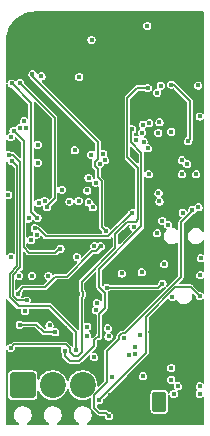
<source format=gbr>
%TF.GenerationSoftware,KiCad,Pcbnew,9.0.1*%
%TF.CreationDate,2025-11-18T22:08:47-05:00*%
%TF.ProjectId,OshEasyMini,4f736845-6173-4794-9d69-6e692e6b6963,rev?*%
%TF.SameCoordinates,Original*%
%TF.FileFunction,Copper,L2,Inr*%
%TF.FilePolarity,Positive*%
%FSLAX46Y46*%
G04 Gerber Fmt 4.6, Leading zero omitted, Abs format (unit mm)*
G04 Created by KiCad (PCBNEW 9.0.1) date 2025-11-18 22:08:47*
%MOMM*%
%LPD*%
G01*
G04 APERTURE LIST*
G04 Aperture macros list*
%AMRoundRect*
0 Rectangle with rounded corners*
0 $1 Rounding radius*
0 $2 $3 $4 $5 $6 $7 $8 $9 X,Y pos of 4 corners*
0 Add a 4 corners polygon primitive as box body*
4,1,4,$2,$3,$4,$5,$6,$7,$8,$9,$2,$3,0*
0 Add four circle primitives for the rounded corners*
1,1,$1+$1,$2,$3*
1,1,$1+$1,$4,$5*
1,1,$1+$1,$6,$7*
1,1,$1+$1,$8,$9*
0 Add four rect primitives between the rounded corners*
20,1,$1+$1,$2,$3,$4,$5,0*
20,1,$1+$1,$4,$5,$6,$7,0*
20,1,$1+$1,$6,$7,$8,$9,0*
20,1,$1+$1,$8,$9,$2,$3,0*%
G04 Aperture macros list end*
%TA.AperFunction,ComponentPad*%
%ADD10RoundRect,0.249999X-0.850001X-0.850001X0.850001X-0.850001X0.850001X0.850001X-0.850001X0.850001X0*%
%TD*%
%TA.AperFunction,ComponentPad*%
%ADD11C,2.200000*%
%TD*%
%TA.AperFunction,ComponentPad*%
%ADD12RoundRect,0.250000X0.350000X0.625000X-0.350000X0.625000X-0.350000X-0.625000X0.350000X-0.625000X0*%
%TD*%
%TA.AperFunction,ComponentPad*%
%ADD13O,1.200000X1.750000*%
%TD*%
%TA.AperFunction,ComponentPad*%
%ADD14C,4.700000*%
%TD*%
%TA.AperFunction,ViaPad*%
%ADD15C,0.400000*%
%TD*%
%TA.AperFunction,Conductor*%
%ADD16C,0.160000*%
%TD*%
G04 APERTURE END LIST*
D10*
%TO.N,/FET_B*%
%TO.C,J4*%
X91620000Y-61850000D03*
D11*
%TO.N,/FET_A*%
X94160000Y-61850000D03*
%TO.N,V_LIPO*%
X96700000Y-61850000D03*
%TD*%
D12*
%TO.N,V_CHARGE*%
%TO.C,J6*%
X103180000Y-63250000D03*
D13*
%TO.N,GND*%
X101180000Y-63250000D03*
%TD*%
D14*
%TO.N,GND*%
%TO.C,H2*%
X92600000Y-32600000D03*
%TD*%
%TO.N,GND*%
%TO.C,H1*%
X104600000Y-57350000D03*
%TD*%
D15*
%TO.N,GND*%
X104600000Y-50200000D03*
X95304542Y-51100000D03*
X90610352Y-48518702D03*
X100326594Y-56745379D03*
X106100000Y-47600000D03*
X102438025Y-46363215D03*
X101225000Y-42700000D03*
X92400000Y-54050000D03*
X97960000Y-64690000D03*
X103100000Y-61000000D03*
X90575000Y-56425000D03*
X104330476Y-38454400D03*
X106700000Y-50250000D03*
X96370000Y-52480000D03*
X91304541Y-53150003D03*
X95661513Y-46940187D03*
X92910000Y-63700000D03*
X90400000Y-44900000D03*
X91850000Y-54000000D03*
X97794486Y-30771352D03*
X92150000Y-57425000D03*
X95187660Y-57017523D03*
X100966249Y-38462500D03*
X99191242Y-44549406D03*
X91088777Y-39514107D03*
X97740611Y-60140829D03*
X100000000Y-40200000D03*
X92804541Y-50100000D03*
X96132299Y-60277290D03*
X94060574Y-38053181D03*
X95300000Y-63900000D03*
X103600000Y-50600000D03*
X96180000Y-50350000D03*
X93010000Y-42120000D03*
X96043070Y-44590231D03*
X98100000Y-58200000D03*
X93675000Y-43575000D03*
X97643630Y-56131971D03*
X94910000Y-54120000D03*
X90600000Y-41400000D03*
X94450000Y-56300000D03*
X100714507Y-55961513D03*
X96287280Y-54166881D03*
X92800000Y-51100000D03*
X98600000Y-31600000D03*
X94304541Y-50100000D03*
X94804541Y-53100000D03*
X106500000Y-37900000D03*
X90640000Y-47490000D03*
X99050000Y-62720000D03*
X101041826Y-37772156D03*
X99900000Y-49200000D03*
%TO.N,+3V3*%
X96018749Y-41962500D03*
X92900000Y-41500000D03*
X97800000Y-55500000D03*
X106470391Y-36483131D03*
X97430000Y-42340000D03*
X97900000Y-54900000D03*
X92120000Y-47740000D03*
X101000000Y-48450000D03*
X103112500Y-45600000D03*
X96414376Y-35765076D03*
X97446249Y-32622500D03*
X102200000Y-41800000D03*
X106600000Y-39100000D03*
X106500000Y-46800000D03*
X100000000Y-52400000D03*
X91728777Y-39514107D03*
X96360000Y-46250000D03*
X104300000Y-54400000D03*
X92804541Y-49100000D03*
X91304541Y-52600000D03*
%TO.N,/NRST*%
X94814559Y-50305877D03*
X103431000Y-47950000D03*
X90847399Y-40323378D03*
%TO.N,/RADIO_MARC_ISR*%
X98600000Y-42800000D03*
X91349997Y-40100000D03*
%TO.N,/RADIO_INT*%
X91900000Y-40100000D03*
X98142371Y-43105086D03*
%TO.N,/CS_RADIO*%
X93200000Y-35700000D03*
X101725675Y-40464347D03*
%TO.N,/CS_BARO*%
X97087500Y-45362500D03*
X106300000Y-44000000D03*
%TO.N,VBUS*%
X101580000Y-57630000D03*
X105160000Y-47250000D03*
%TO.N,V_LIPO*%
X100607622Y-59275943D03*
X97084063Y-56893964D03*
X101142199Y-59245754D03*
X101163729Y-58632866D03*
X98886855Y-57732299D03*
X104200000Y-60400000D03*
X97069225Y-57650691D03*
X104200000Y-61400000D03*
X98827504Y-57034923D03*
%TO.N,/MGSW_IN*%
X104758812Y-61948127D03*
X103606013Y-51606666D03*
X106600000Y-62600000D03*
%TO.N,/HALL_OUT*%
X103450000Y-53250000D03*
X98745969Y-53591937D03*
%TO.N,Net-(JP1-A)*%
X98230000Y-50090000D03*
X91200000Y-54110000D03*
%TO.N,Net-(D4-A2)*%
X100200000Y-57900000D03*
X106700000Y-51100000D03*
X99200000Y-61150000D03*
%TO.N,Net-(D4-A1)*%
X106640000Y-52540000D03*
X101800000Y-61100000D03*
%TO.N,Net-(D4-K1)*%
X98090000Y-63140000D03*
X106600000Y-54300000D03*
%TO.N,/SWDIO*%
X103000000Y-49000000D03*
%TO.N,/SWCLK*%
X97680096Y-50100376D03*
X103950000Y-48300000D03*
%TO.N,Net-(Q1-G)*%
X104400000Y-62600000D03*
%TO.N,Net-(Q2-D)*%
X92400000Y-52600000D03*
X106620000Y-61950000D03*
%TO.N,/SENSE_A*%
X100900000Y-40200000D03*
X95187660Y-58927523D03*
%TO.N,/SENSE_B*%
X90614999Y-58700000D03*
X102200000Y-36700000D03*
%TO.N,/FIRE_A*%
X96139926Y-58913531D03*
X90680900Y-42857354D03*
%TO.N,/GATE_A*%
X93893463Y-56783325D03*
%TO.N,/FIRE_B*%
X90437765Y-42364011D03*
X91950000Y-54675000D03*
%TO.N,/GATE_B*%
X91800000Y-55600000D03*
%TO.N,/CMP_RAIL*%
X94381052Y-57369669D03*
X91365000Y-56740000D03*
%TO.N,/V_BATT*%
X97669934Y-59483948D03*
X102333581Y-39666605D03*
%TO.N,/USB_D+*%
X92959998Y-46430002D03*
%TO.N,/USB_D-*%
X93483378Y-46260956D03*
%TO.N,/AC_INT1*%
X97800000Y-44700000D03*
X103100000Y-40500000D03*
%TO.N,/SCK0*%
X101848255Y-41235281D03*
X104200000Y-36399999D03*
X105600000Y-41200000D03*
%TO.N,/MISO0*%
X101207465Y-41107465D03*
X103000000Y-37100000D03*
%TO.N,/CS_ACCEL*%
X104200000Y-40400000D03*
X101800000Y-39800000D03*
%TO.N,/MOSI0*%
X103300000Y-36500000D03*
X98441173Y-42273429D03*
%TO.N,/AC_INT2*%
X97200000Y-44300000D03*
X103200000Y-39600000D03*
%TO.N,/SCK3*%
X94940000Y-45320000D03*
X102300000Y-44000000D03*
%TO.N,/MISO3*%
X92890000Y-43020000D03*
X105100000Y-44000000D03*
%TO.N,/MOSI3*%
X103200000Y-46300000D03*
X90400000Y-45750003D03*
%TO.N,/TX1*%
X90620000Y-51020000D03*
X97550000Y-46800000D03*
%TO.N,/RX1*%
X92299837Y-49592432D03*
X97209565Y-46368020D03*
%TO.N,/MISO5*%
X98680000Y-48820000D03*
X92440000Y-35520000D03*
%TO.N,/MOSI5*%
X90688727Y-36306236D03*
X92862983Y-47685922D03*
%TO.N,/SCK5*%
X93682060Y-46796135D03*
X91394998Y-36265002D03*
%TO.N,/CS_FLASH*%
X101700000Y-52300000D03*
X95574034Y-46315745D03*
%TO.N,/BUZZ*%
X102170000Y-31440000D03*
X90609651Y-40850082D03*
%TO.N,Net-(J10-Pin_2)*%
X105540002Y-43130002D03*
%TO.N,Net-(J10-Pin_1)*%
X105100000Y-42800000D03*
%TO.N,Net-(U1-V_BCKP)*%
X98918131Y-64485309D03*
X92634973Y-48576789D03*
X100901828Y-47282363D03*
X105989336Y-47004266D03*
%TO.N,Net-(U1-VCC_RF)*%
X93800000Y-52600000D03*
X96200000Y-51000000D03*
%TD*%
D16*
%TO.N,/NRST*%
X91689000Y-41164979D02*
X91689000Y-50189000D01*
X92125000Y-50625000D02*
X94389068Y-50625000D01*
X91689000Y-50189000D02*
X92125000Y-50625000D01*
X94708191Y-50305877D02*
X94814559Y-50305877D01*
X94389068Y-50625000D02*
X94708191Y-50305877D01*
X90847399Y-40323378D02*
X91689000Y-41164979D01*
%TO.N,/HALL_OUT*%
X103108063Y-53591937D02*
X103450000Y-53250000D01*
X98745969Y-53591937D02*
X103108063Y-53591937D01*
%TO.N,Net-(JP1-A)*%
X97858623Y-50531376D02*
X97501569Y-50531376D01*
X91200000Y-54040473D02*
X91200000Y-54110000D01*
X98111096Y-50278903D02*
X97858623Y-50531376D01*
X97501569Y-50531376D02*
X97500096Y-50529904D01*
X95361000Y-52669000D02*
X94390527Y-52669000D01*
X94390527Y-52669000D02*
X93490527Y-53569000D01*
X91671473Y-53569000D02*
X91200000Y-54040473D01*
X98111096Y-50090000D02*
X98111096Y-50278903D01*
X97500096Y-50529904D02*
X95361000Y-52669000D01*
X98230000Y-50090000D02*
X98111096Y-50090000D01*
X93490527Y-53569000D02*
X91671473Y-53569000D01*
%TO.N,Net-(D4-K1)*%
X102044823Y-59115650D02*
X98090000Y-63070473D01*
X102044823Y-56045650D02*
X102044823Y-59115650D01*
X104546773Y-53543700D02*
X102044823Y-56045650D01*
X98090000Y-63070473D02*
X98090000Y-63140000D01*
X105843700Y-53543700D02*
X104546773Y-53543700D01*
X106600000Y-54300000D02*
X105843700Y-53543700D01*
%TO.N,/SENSE_A*%
X95187660Y-59387660D02*
X95600000Y-59800000D01*
X100776465Y-41285992D02*
X100776465Y-40323535D01*
X98567442Y-54022937D02*
X98069000Y-53524495D01*
X97669000Y-58021473D02*
X97921473Y-57769000D01*
X98099000Y-55810527D02*
X98567442Y-55342085D01*
X96400000Y-59800000D02*
X97669000Y-58531000D01*
X98069000Y-53524495D02*
X98069000Y-51990527D01*
X97921473Y-57769000D02*
X98099000Y-57769000D01*
X98567442Y-55342085D02*
X98567442Y-54022937D01*
X95600000Y-59800000D02*
X96400000Y-59800000D01*
X100776465Y-40323535D02*
X100900000Y-40200000D01*
X95187660Y-58927523D02*
X95187660Y-59387660D01*
X97669000Y-58531000D02*
X97669000Y-58021473D01*
X98099000Y-57769000D02*
X98099000Y-55810527D01*
X101656000Y-42165527D02*
X100776465Y-41285992D01*
X98069000Y-51990527D02*
X101656000Y-48403527D01*
X101656000Y-48403527D02*
X101656000Y-42165527D01*
%TO.N,/SENSE_B*%
X95944531Y-59344531D02*
X95618660Y-59018660D01*
X100469000Y-37531000D02*
X100469000Y-42553527D01*
X99469000Y-50221417D02*
X96609254Y-53081163D01*
X95618660Y-58748996D02*
X95269664Y-58400000D01*
X95618660Y-59018660D02*
X95618660Y-58748996D01*
X90914999Y-58400000D02*
X90614999Y-58700000D01*
X96609254Y-53879328D02*
X96718280Y-53988354D01*
X101395000Y-43479527D02*
X101395000Y-47802527D01*
X100471473Y-48019000D02*
X99469000Y-49021473D01*
X101395000Y-47802527D02*
X101178527Y-48019000D01*
X101300000Y-36700000D02*
X100469000Y-37531000D01*
X100469000Y-42553527D02*
X101395000Y-43479527D01*
X99469000Y-49021473D02*
X99469000Y-50221417D01*
X96609254Y-54454434D02*
X96609254Y-59053730D01*
X102200000Y-36700000D02*
X101300000Y-36700000D01*
X96609254Y-59053730D02*
X96318453Y-59344531D01*
X96318453Y-59344531D02*
X95944531Y-59344531D01*
X101178527Y-48019000D02*
X100471473Y-48019000D01*
X96609254Y-53081163D02*
X96609254Y-53879328D01*
X96718280Y-53988354D02*
X96718280Y-54345408D01*
X95269664Y-58400000D02*
X90914999Y-58400000D01*
X96718280Y-54345408D02*
X96609254Y-54454434D01*
%TO.N,/FIRE_A*%
X96139926Y-57360262D02*
X96139926Y-58913531D01*
X90680900Y-42857354D02*
X91159000Y-43335454D01*
X90508000Y-54396637D02*
X91280363Y-55169000D01*
X90508000Y-52417904D02*
X90508000Y-54396637D01*
X93948664Y-55169000D02*
X96139926Y-57360262D01*
X91159000Y-43335454D02*
X91159000Y-51766904D01*
X91159000Y-51766904D02*
X90508000Y-52417904D01*
X91280363Y-55169000D02*
X93948664Y-55169000D01*
%TO.N,/FIRE_B*%
X91420000Y-51875014D02*
X90769000Y-52526014D01*
X90797084Y-42364011D02*
X91420000Y-42986927D01*
X90769000Y-54288527D02*
X91155473Y-54675000D01*
X90437765Y-42364011D02*
X90797084Y-42364011D01*
X91420000Y-42986927D02*
X91420000Y-51875014D01*
X90769000Y-52526014D02*
X90769000Y-54288527D01*
X91155473Y-54675000D02*
X91950000Y-54675000D01*
%TO.N,/CMP_RAIL*%
X92778721Y-56740000D02*
X91365000Y-56740000D01*
X94381052Y-57369669D02*
X93408390Y-57369669D01*
X93408390Y-57369669D02*
X92778721Y-56740000D01*
%TO.N,/SCK0*%
X105800000Y-37800000D02*
X105800000Y-41000000D01*
X104399999Y-36399999D02*
X105800000Y-37800000D01*
X104200000Y-36399999D02*
X104399999Y-36399999D01*
X105800000Y-41000000D02*
X105600000Y-41200000D01*
%TO.N,/MISO5*%
X97963844Y-42674086D02*
X97711371Y-42926559D01*
X97980000Y-44270473D02*
X98300000Y-44590473D01*
X97711371Y-43283613D02*
X97963844Y-43536086D01*
X98300000Y-48440000D02*
X98680000Y-48820000D01*
X97711371Y-42926559D02*
X97711371Y-43283613D01*
X98300000Y-44590473D02*
X98300000Y-48440000D01*
X97980000Y-42674086D02*
X97963844Y-42674086D01*
X92440000Y-35700000D02*
X97980000Y-41240000D01*
X97980000Y-43536086D02*
X97980000Y-44270473D01*
X97980000Y-41240000D02*
X97980000Y-42674086D01*
X92440000Y-35520000D02*
X92440000Y-35700000D01*
X97963844Y-43536086D02*
X97980000Y-43536086D01*
%TO.N,/MOSI5*%
X90688727Y-36306236D02*
X92331000Y-37948509D01*
X92331000Y-47163500D02*
X92853422Y-47685922D01*
X92853422Y-47685922D02*
X92862983Y-47685922D01*
X92331000Y-37948509D02*
X92331000Y-47163500D01*
%TO.N,/SCK5*%
X93682060Y-46796135D02*
X93682060Y-46697940D01*
X93682060Y-46697940D02*
X94331000Y-46049000D01*
X94331000Y-46049000D02*
X94331000Y-39201004D01*
X94331000Y-39201004D02*
X91394998Y-36265002D01*
%TO.N,Net-(U1-V_BCKP)*%
X93565068Y-49251000D02*
X92890857Y-48576789D01*
X99769000Y-57721473D02*
X100021473Y-57469000D01*
X100241000Y-57469000D02*
X105031000Y-52679000D01*
X98918131Y-64485309D02*
X98632822Y-64200000D01*
X97659000Y-63749000D02*
X97659000Y-62702608D01*
X98110000Y-64200000D02*
X97659000Y-63749000D01*
X105031000Y-52679000D02*
X105031000Y-48059473D01*
X100021473Y-57469000D02*
X100241000Y-57469000D01*
X98769000Y-61592608D02*
X98769000Y-58941000D01*
X99769000Y-57941000D02*
X99769000Y-57721473D01*
X98632822Y-64200000D02*
X98110000Y-64200000D01*
X105989336Y-47101137D02*
X105989336Y-47004266D01*
X92890857Y-48576789D02*
X92634973Y-48576789D01*
X100865527Y-47244000D02*
X98858527Y-49251000D01*
X98769000Y-58941000D02*
X99769000Y-57941000D01*
X97659000Y-62702608D02*
X98769000Y-61592608D01*
X105031000Y-48059473D02*
X105989336Y-47101137D01*
X98858527Y-49251000D02*
X93565068Y-49251000D01*
%TD*%
%TA.AperFunction,Conductor*%
%TO.N,GND*%
G36*
X103725138Y-53581317D02*
G01*
X103732532Y-53637469D01*
X103713379Y-53670644D01*
X100167198Y-57216826D01*
X100114872Y-57238500D01*
X100075943Y-57238500D01*
X100075935Y-57238499D01*
X100067323Y-57238499D01*
X99975624Y-57238499D01*
X99933263Y-57256044D01*
X99933264Y-57256045D01*
X99890906Y-57273590D01*
X99573590Y-57590906D01*
X99561734Y-57619530D01*
X99538499Y-57675622D01*
X99538499Y-57775934D01*
X99538500Y-57775943D01*
X99538500Y-57814871D01*
X99516826Y-57867197D01*
X98573590Y-58810432D01*
X98565252Y-58830565D01*
X98565251Y-58830567D01*
X98538499Y-58895149D01*
X98538499Y-58995461D01*
X98538500Y-58995470D01*
X98538500Y-61466479D01*
X98516826Y-61518805D01*
X98076826Y-61958805D01*
X98024500Y-61980479D01*
X97972174Y-61958805D01*
X97950500Y-61906479D01*
X97950500Y-61751582D01*
X97937207Y-61667655D01*
X97919709Y-61557174D01*
X97919707Y-61557169D01*
X97919706Y-61557163D01*
X97858886Y-61369980D01*
X97858884Y-61369977D01*
X97858884Y-61369975D01*
X97769524Y-61194595D01*
X97653828Y-61035354D01*
X97514646Y-60896172D01*
X97514643Y-60896169D01*
X97514641Y-60896168D01*
X97355404Y-60780475D01*
X97180019Y-60691113D01*
X96992836Y-60630293D01*
X96992823Y-60630290D01*
X96798418Y-60599500D01*
X96798417Y-60599500D01*
X96601583Y-60599500D01*
X96601582Y-60599500D01*
X96407176Y-60630290D01*
X96407163Y-60630293D01*
X96219980Y-60691113D01*
X96044595Y-60780475D01*
X95885358Y-60896168D01*
X95746168Y-61035358D01*
X95630475Y-61194595D01*
X95541113Y-61369980D01*
X95500378Y-61495351D01*
X95463595Y-61538419D01*
X95407133Y-61542862D01*
X95364065Y-61506079D01*
X95359622Y-61495351D01*
X95318886Y-61369980D01*
X95318884Y-61369977D01*
X95318884Y-61369975D01*
X95229524Y-61194595D01*
X95113828Y-61035354D01*
X94974646Y-60896172D01*
X94974643Y-60896169D01*
X94974641Y-60896168D01*
X94815404Y-60780475D01*
X94640019Y-60691113D01*
X94452836Y-60630293D01*
X94452823Y-60630290D01*
X94258418Y-60599500D01*
X94258417Y-60599500D01*
X94061583Y-60599500D01*
X94061582Y-60599500D01*
X93867176Y-60630290D01*
X93867163Y-60630293D01*
X93679980Y-60691113D01*
X93504595Y-60780475D01*
X93345358Y-60896168D01*
X93206168Y-61035358D01*
X93090475Y-61194595D01*
X93054748Y-61264715D01*
X93015901Y-61340959D01*
X93010435Y-61351686D01*
X92967368Y-61388469D01*
X92910905Y-61384026D01*
X92874122Y-61340959D01*
X92870500Y-61318091D01*
X92870500Y-60968479D01*
X92859048Y-60896177D01*
X92855646Y-60874695D01*
X92798050Y-60761657D01*
X92708343Y-60671950D01*
X92595305Y-60614354D01*
X92595303Y-60614353D01*
X92595302Y-60614353D01*
X92501521Y-60599500D01*
X92501520Y-60599500D01*
X90738480Y-60599500D01*
X90738479Y-60599500D01*
X90644697Y-60614353D01*
X90531655Y-60671951D01*
X90441951Y-60761655D01*
X90384353Y-60874697D01*
X90369500Y-60968479D01*
X90369500Y-62731520D01*
X90384353Y-62825302D01*
X90384353Y-62825303D01*
X90384354Y-62825305D01*
X90441950Y-62938343D01*
X90531657Y-63028050D01*
X90644695Y-63085646D01*
X90707218Y-63095548D01*
X90738479Y-63100500D01*
X90738480Y-63100500D01*
X92501521Y-63100500D01*
X92524966Y-63096786D01*
X92595305Y-63085646D01*
X92708343Y-63028050D01*
X92798050Y-62938343D01*
X92855646Y-62825305D01*
X92870500Y-62731520D01*
X92870500Y-62381908D01*
X92892174Y-62329582D01*
X92944500Y-62307908D01*
X92996826Y-62329582D01*
X93010432Y-62348309D01*
X93047404Y-62420872D01*
X93090475Y-62505405D01*
X93202882Y-62660118D01*
X93206172Y-62664646D01*
X93345354Y-62803828D01*
X93504595Y-62919524D01*
X93679975Y-63008884D01*
X93679977Y-63008884D01*
X93679980Y-63008886D01*
X93867163Y-63069706D01*
X93867169Y-63069707D01*
X93867174Y-63069709D01*
X93987023Y-63088691D01*
X94061582Y-63100500D01*
X94061583Y-63100500D01*
X94258418Y-63100500D01*
X94330729Y-63089047D01*
X94452826Y-63069709D01*
X94452833Y-63069706D01*
X94452836Y-63069706D01*
X94640019Y-63008886D01*
X94640019Y-63008885D01*
X94640025Y-63008884D01*
X94815405Y-62919524D01*
X94974646Y-62803828D01*
X95113828Y-62664646D01*
X95229524Y-62505405D01*
X95318884Y-62330025D01*
X95329086Y-62298626D01*
X95359622Y-62204648D01*
X95396405Y-62161580D01*
X95452867Y-62157137D01*
X95495935Y-62193920D01*
X95500378Y-62204648D01*
X95541113Y-62330019D01*
X95630475Y-62505404D01*
X95694466Y-62593480D01*
X95746172Y-62664646D01*
X95885354Y-62803828D01*
X96044595Y-62919524D01*
X96219975Y-63008884D01*
X96219977Y-63008884D01*
X96219980Y-63008886D01*
X96407163Y-63069706D01*
X96407169Y-63069707D01*
X96407174Y-63069709D01*
X96527023Y-63088691D01*
X96601582Y-63100500D01*
X96601583Y-63100500D01*
X96798418Y-63100500D01*
X96870729Y-63089047D01*
X96992826Y-63069709D01*
X96992833Y-63069706D01*
X96992836Y-63069706D01*
X97180019Y-63008886D01*
X97180019Y-63008885D01*
X97180025Y-63008884D01*
X97320906Y-62937101D01*
X97377367Y-62932659D01*
X97420435Y-62969442D01*
X97428500Y-63003037D01*
X97428500Y-63697178D01*
X97428499Y-63697192D01*
X97428499Y-63703150D01*
X97428499Y-63794850D01*
X97449055Y-63844476D01*
X97463591Y-63879568D01*
X97528432Y-63944409D01*
X97538839Y-63954816D01*
X97538841Y-63954817D01*
X97910370Y-64326346D01*
X97910373Y-64326350D01*
X97979432Y-64395409D01*
X97979431Y-64395409D01*
X98039337Y-64420221D01*
X98039339Y-64420221D01*
X98052728Y-64425768D01*
X98064149Y-64430500D01*
X98064150Y-64430500D01*
X98064151Y-64430500D01*
X98493631Y-64430500D01*
X98545957Y-64452174D01*
X98567631Y-64504500D01*
X98567631Y-64531455D01*
X98591515Y-64620593D01*
X98591517Y-64620598D01*
X98637659Y-64700517D01*
X98637660Y-64700518D01*
X98637662Y-64700521D01*
X98702919Y-64765778D01*
X98782843Y-64811923D01*
X98782844Y-64811923D01*
X98782846Y-64811924D01*
X98827415Y-64823866D01*
X98871984Y-64835808D01*
X98871985Y-64835809D01*
X98871987Y-64835809D01*
X98964277Y-64835809D01*
X98964277Y-64835808D01*
X99053419Y-64811923D01*
X99133343Y-64765778D01*
X99198600Y-64700521D01*
X99244745Y-64620597D01*
X99268630Y-64531455D01*
X99268631Y-64531455D01*
X99268631Y-64439163D01*
X99268630Y-64439162D01*
X99263555Y-64420223D01*
X99244745Y-64350021D01*
X99233514Y-64330568D01*
X99198602Y-64270100D01*
X99198601Y-64270099D01*
X99198600Y-64270097D01*
X99133343Y-64204840D01*
X99133340Y-64204838D01*
X99133339Y-64204837D01*
X99053420Y-64158695D01*
X99053415Y-64158693D01*
X98964277Y-64134809D01*
X98964275Y-64134809D01*
X98924259Y-64134809D01*
X98871933Y-64113135D01*
X98838639Y-64079841D01*
X98838639Y-64079840D01*
X98828231Y-64069432D01*
X98763390Y-64004591D01*
X98763388Y-64004590D01*
X98763386Y-64004589D01*
X98728298Y-63990055D01*
X98728298Y-63990054D01*
X98678672Y-63969499D01*
X98586972Y-63969499D01*
X98578360Y-63969499D01*
X98578352Y-63969500D01*
X98236128Y-63969500D01*
X98183802Y-63947826D01*
X97911174Y-63675198D01*
X97889500Y-63622872D01*
X97889500Y-63545579D01*
X97911174Y-63493253D01*
X97963500Y-63471579D01*
X97982653Y-63474101D01*
X98017024Y-63483310D01*
X98043853Y-63490499D01*
X98043854Y-63490500D01*
X98043856Y-63490500D01*
X98136146Y-63490500D01*
X98136146Y-63490499D01*
X98225288Y-63466614D01*
X98305212Y-63420469D01*
X98370469Y-63355212D01*
X98416614Y-63275288D01*
X98440499Y-63186146D01*
X98440500Y-63186146D01*
X98440500Y-63093855D01*
X98439867Y-63089047D01*
X98442570Y-63088691D01*
X98448828Y-63041183D01*
X98460582Y-63025865D01*
X98892967Y-62593480D01*
X102429500Y-62593480D01*
X102429500Y-63906519D01*
X102444353Y-64000304D01*
X102444354Y-64000306D01*
X102484880Y-64079841D01*
X102501950Y-64113342D01*
X102591658Y-64203050D01*
X102704696Y-64260646D01*
X102798481Y-64275500D01*
X103561518Y-64275499D01*
X103561519Y-64275499D01*
X103655304Y-64260646D01*
X103655306Y-64260645D01*
X103657419Y-64259568D01*
X103768342Y-64203050D01*
X103858050Y-64113342D01*
X103915646Y-64000304D01*
X103930500Y-63906519D01*
X103930499Y-62762350D01*
X103952173Y-62710025D01*
X104004499Y-62688351D01*
X104056825Y-62710025D01*
X104070915Y-62731114D01*
X104070961Y-62731088D01*
X104071359Y-62731778D01*
X104072868Y-62734036D01*
X104073384Y-62735282D01*
X104073386Y-62735288D01*
X104073387Y-62735289D01*
X104073388Y-62735291D01*
X104119528Y-62815208D01*
X104119529Y-62815209D01*
X104119531Y-62815212D01*
X104184788Y-62880469D01*
X104264712Y-62926614D01*
X104264713Y-62926614D01*
X104264715Y-62926615D01*
X104287272Y-62932659D01*
X104353853Y-62950499D01*
X104353854Y-62950500D01*
X104353856Y-62950500D01*
X104446146Y-62950500D01*
X104446146Y-62950499D01*
X104535288Y-62926614D01*
X104615212Y-62880469D01*
X104680469Y-62815212D01*
X104726614Y-62735288D01*
X104750499Y-62646146D01*
X104750500Y-62646146D01*
X104750500Y-62553854D01*
X104750499Y-62553853D01*
X104726615Y-62464715D01*
X104726614Y-62464714D01*
X104726614Y-62464712D01*
X104694809Y-62409626D01*
X104687417Y-62353475D01*
X104721895Y-62308541D01*
X104758896Y-62298627D01*
X104804958Y-62298627D01*
X104804958Y-62298626D01*
X104894100Y-62274741D01*
X104974024Y-62228596D01*
X105039281Y-62163339D01*
X105085426Y-62083415D01*
X105109311Y-61994273D01*
X105109312Y-61994273D01*
X105109312Y-61901981D01*
X105109311Y-61901980D01*
X105085427Y-61812842D01*
X105085425Y-61812837D01*
X105039283Y-61732918D01*
X105039282Y-61732917D01*
X105039281Y-61732915D01*
X104974024Y-61667658D01*
X104974021Y-61667656D01*
X104974020Y-61667655D01*
X104894101Y-61621513D01*
X104894096Y-61621511D01*
X104804958Y-61597627D01*
X104804956Y-61597627D01*
X104712668Y-61597627D01*
X104712666Y-61597627D01*
X104618839Y-61622768D01*
X104618099Y-61620009D01*
X104570512Y-61620001D01*
X104530471Y-61579945D01*
X104527365Y-61532486D01*
X104537315Y-61495351D01*
X104550499Y-61446146D01*
X104550500Y-61446146D01*
X104550500Y-61353854D01*
X104550499Y-61353853D01*
X104549918Y-61351686D01*
X104526614Y-61264712D01*
X104526613Y-61264710D01*
X104480471Y-61184791D01*
X104480470Y-61184790D01*
X104480469Y-61184788D01*
X104415212Y-61119531D01*
X104415209Y-61119529D01*
X104415208Y-61119528D01*
X104335289Y-61073386D01*
X104335284Y-61073384D01*
X104246146Y-61049500D01*
X104246144Y-61049500D01*
X104153856Y-61049500D01*
X104153854Y-61049500D01*
X104064715Y-61073384D01*
X104064710Y-61073386D01*
X103984791Y-61119528D01*
X103919528Y-61184791D01*
X103873386Y-61264710D01*
X103873384Y-61264715D01*
X103849500Y-61353853D01*
X103849500Y-61446146D01*
X103873384Y-61535284D01*
X103873386Y-61535289D01*
X103919528Y-61615208D01*
X103919529Y-61615209D01*
X103919531Y-61615212D01*
X103984788Y-61680469D01*
X103984790Y-61680470D01*
X103984791Y-61680471D01*
X104058757Y-61723176D01*
X104064712Y-61726614D01*
X104064713Y-61726614D01*
X104064715Y-61726615D01*
X104088239Y-61732918D01*
X104153853Y-61750499D01*
X104153854Y-61750500D01*
X104153856Y-61750500D01*
X104246146Y-61750500D01*
X104246146Y-61750499D01*
X104311761Y-61732918D01*
X104339973Y-61725359D01*
X104340719Y-61728143D01*
X104388201Y-61728085D01*
X104428300Y-61768083D01*
X104431447Y-61815639D01*
X104408312Y-61901983D01*
X104408312Y-61994273D01*
X104432196Y-62083411D01*
X104432197Y-62083412D01*
X104432198Y-62083415D01*
X104464002Y-62138500D01*
X104471395Y-62194652D01*
X104436917Y-62239586D01*
X104399916Y-62249500D01*
X104353854Y-62249500D01*
X104264715Y-62273384D01*
X104264710Y-62273386D01*
X104184791Y-62319528D01*
X104119528Y-62384791D01*
X104073386Y-62464710D01*
X104073385Y-62464714D01*
X104060869Y-62511421D01*
X104026390Y-62556354D01*
X103970237Y-62563745D01*
X103925304Y-62529266D01*
X103916302Y-62503841D01*
X103915646Y-62499696D01*
X103915645Y-62499694D01*
X103915645Y-62499693D01*
X103858049Y-62386657D01*
X103768343Y-62296951D01*
X103768342Y-62296950D01*
X103655304Y-62239354D01*
X103655302Y-62239353D01*
X103655301Y-62239353D01*
X103561519Y-62224500D01*
X102798480Y-62224500D01*
X102704695Y-62239353D01*
X102704693Y-62239354D01*
X102591657Y-62296950D01*
X102501951Y-62386656D01*
X102444353Y-62499698D01*
X102429500Y-62593480D01*
X98892967Y-62593480D01*
X100432595Y-61053853D01*
X101449500Y-61053853D01*
X101449500Y-61146146D01*
X101473384Y-61235284D01*
X101473386Y-61235289D01*
X101519528Y-61315208D01*
X101519529Y-61315209D01*
X101519531Y-61315212D01*
X101584788Y-61380469D01*
X101584790Y-61380470D01*
X101584791Y-61380471D01*
X101598644Y-61388469D01*
X101664712Y-61426614D01*
X101664713Y-61426614D01*
X101664715Y-61426615D01*
X101709284Y-61438557D01*
X101753853Y-61450499D01*
X101753854Y-61450500D01*
X101753856Y-61450500D01*
X101846146Y-61450500D01*
X101846146Y-61450499D01*
X101935288Y-61426614D01*
X102015212Y-61380469D01*
X102080469Y-61315212D01*
X102126614Y-61235288D01*
X102150499Y-61146146D01*
X102150500Y-61146146D01*
X102150500Y-61053854D01*
X102150499Y-61053853D01*
X102126615Y-60964715D01*
X102126613Y-60964710D01*
X102080471Y-60884791D01*
X102080470Y-60884790D01*
X102080469Y-60884788D01*
X102015212Y-60819531D01*
X102015209Y-60819529D01*
X102015208Y-60819528D01*
X101935289Y-60773386D01*
X101935284Y-60773384D01*
X101846146Y-60749500D01*
X101846144Y-60749500D01*
X101753856Y-60749500D01*
X101753854Y-60749500D01*
X101664715Y-60773384D01*
X101664710Y-60773386D01*
X101584791Y-60819528D01*
X101519528Y-60884791D01*
X101473386Y-60964710D01*
X101473384Y-60964715D01*
X101449500Y-61053853D01*
X100432595Y-61053853D01*
X101132595Y-60353853D01*
X103849500Y-60353853D01*
X103849500Y-60446146D01*
X103873384Y-60535284D01*
X103873386Y-60535289D01*
X103919528Y-60615208D01*
X103919529Y-60615209D01*
X103919531Y-60615212D01*
X103984788Y-60680469D01*
X103984790Y-60680470D01*
X103984791Y-60680471D01*
X104064710Y-60726613D01*
X104064712Y-60726614D01*
X104064713Y-60726614D01*
X104064715Y-60726615D01*
X104109284Y-60738557D01*
X104153853Y-60750499D01*
X104153854Y-60750500D01*
X104153856Y-60750500D01*
X104246146Y-60750500D01*
X104246146Y-60750499D01*
X104335288Y-60726614D01*
X104415212Y-60680469D01*
X104480469Y-60615212D01*
X104526614Y-60535288D01*
X104550499Y-60446146D01*
X104550500Y-60446146D01*
X104550500Y-60353854D01*
X104550499Y-60353853D01*
X104526615Y-60264715D01*
X104526613Y-60264710D01*
X104480471Y-60184791D01*
X104480470Y-60184790D01*
X104480469Y-60184788D01*
X104415212Y-60119531D01*
X104415209Y-60119529D01*
X104415208Y-60119528D01*
X104335289Y-60073386D01*
X104335284Y-60073384D01*
X104246146Y-60049500D01*
X104246144Y-60049500D01*
X104153856Y-60049500D01*
X104153854Y-60049500D01*
X104064715Y-60073384D01*
X104064710Y-60073386D01*
X103984791Y-60119528D01*
X103919528Y-60184791D01*
X103873386Y-60264710D01*
X103873384Y-60264715D01*
X103849500Y-60353853D01*
X101132595Y-60353853D01*
X102164982Y-59321466D01*
X102164985Y-59321464D01*
X102175390Y-59311059D01*
X102175391Y-59311059D01*
X102240232Y-59246218D01*
X102275323Y-59161499D01*
X102275323Y-56171777D01*
X102296996Y-56119452D01*
X103871437Y-54545010D01*
X103923762Y-54523337D01*
X103976088Y-54545011D01*
X103987848Y-54560337D01*
X104019528Y-54615208D01*
X104019529Y-54615209D01*
X104019531Y-54615212D01*
X104084788Y-54680469D01*
X104084790Y-54680470D01*
X104084791Y-54680471D01*
X104147426Y-54716634D01*
X104164712Y-54726614D01*
X104164713Y-54726614D01*
X104164715Y-54726615D01*
X104209284Y-54738557D01*
X104253853Y-54750499D01*
X104253854Y-54750500D01*
X104253856Y-54750500D01*
X104346146Y-54750500D01*
X104346146Y-54750499D01*
X104435288Y-54726614D01*
X104515212Y-54680469D01*
X104543658Y-54652022D01*
X104595983Y-54630349D01*
X104648309Y-54652023D01*
X104657512Y-54663237D01*
X104715818Y-54750499D01*
X104724537Y-54763547D01*
X104821453Y-54860463D01*
X104935415Y-54936610D01*
X104935420Y-54936612D01*
X104935419Y-54936612D01*
X105062038Y-54989059D01*
X105062043Y-54989061D01*
X105196470Y-55015800D01*
X105196471Y-55015800D01*
X105333529Y-55015800D01*
X105333530Y-55015800D01*
X105467957Y-54989061D01*
X105594585Y-54936610D01*
X105708547Y-54860463D01*
X105805463Y-54763547D01*
X105881610Y-54649585D01*
X105934061Y-54522957D01*
X105960800Y-54388530D01*
X105960800Y-54251470D01*
X105942667Y-54160309D01*
X105953716Y-54104761D01*
X106000808Y-54073295D01*
X106056357Y-54084344D01*
X106067571Y-54093547D01*
X106227826Y-54253802D01*
X106249500Y-54306128D01*
X106249500Y-54346146D01*
X106273384Y-54435284D01*
X106273386Y-54435289D01*
X106319528Y-54515208D01*
X106319529Y-54515209D01*
X106319531Y-54515212D01*
X106384788Y-54580469D01*
X106384790Y-54580470D01*
X106384791Y-54580471D01*
X106452439Y-54619528D01*
X106464712Y-54626614D01*
X106464713Y-54626614D01*
X106464715Y-54626615D01*
X106473079Y-54628856D01*
X106553853Y-54650499D01*
X106553854Y-54650500D01*
X106553856Y-54650500D01*
X106646146Y-54650500D01*
X106646146Y-54650499D01*
X106735288Y-54626614D01*
X106815212Y-54580469D01*
X106873175Y-54522505D01*
X106925500Y-54500832D01*
X106977826Y-54522506D01*
X106999500Y-54574832D01*
X106999500Y-61655168D01*
X106977826Y-61707494D01*
X106925500Y-61729168D01*
X106873175Y-61707494D01*
X106835212Y-61669531D01*
X106835209Y-61669529D01*
X106835208Y-61669528D01*
X106755289Y-61623386D01*
X106755284Y-61623384D01*
X106666146Y-61599500D01*
X106666144Y-61599500D01*
X106573856Y-61599500D01*
X106573854Y-61599500D01*
X106484715Y-61623384D01*
X106484710Y-61623386D01*
X106404791Y-61669528D01*
X106339528Y-61734791D01*
X106293386Y-61814710D01*
X106293384Y-61814715D01*
X106269500Y-61903853D01*
X106269500Y-61996146D01*
X106293384Y-62085284D01*
X106293386Y-62085289D01*
X106339529Y-62165209D01*
X106339531Y-62165212D01*
X106386993Y-62212675D01*
X106408667Y-62265001D01*
X106386993Y-62317326D01*
X106319528Y-62384791D01*
X106273386Y-62464710D01*
X106273384Y-62464715D01*
X106249500Y-62553853D01*
X106249500Y-62646146D01*
X106273384Y-62735284D01*
X106273386Y-62735289D01*
X106319528Y-62815208D01*
X106319529Y-62815209D01*
X106319531Y-62815212D01*
X106384788Y-62880469D01*
X106464712Y-62926614D01*
X106464713Y-62926614D01*
X106464715Y-62926615D01*
X106487272Y-62932659D01*
X106553853Y-62950499D01*
X106553854Y-62950500D01*
X106553856Y-62950500D01*
X106646146Y-62950500D01*
X106646146Y-62950499D01*
X106735288Y-62926614D01*
X106815212Y-62880469D01*
X106873175Y-62822505D01*
X106925500Y-62800832D01*
X106977826Y-62822506D01*
X106999500Y-62874832D01*
X106999500Y-65125500D01*
X106977826Y-65177826D01*
X106925500Y-65199500D01*
X97078867Y-65199500D01*
X97026541Y-65177826D01*
X97004867Y-65125500D01*
X97026541Y-65073174D01*
X97050549Y-65057133D01*
X97052641Y-65056265D01*
X97055495Y-65055084D01*
X97178416Y-64972951D01*
X97282951Y-64868416D01*
X97365084Y-64745495D01*
X97421658Y-64608913D01*
X97450500Y-64463918D01*
X97450500Y-64316082D01*
X97421658Y-64171087D01*
X97365084Y-64034505D01*
X97282951Y-63911584D01*
X97178416Y-63807049D01*
X97055495Y-63724916D01*
X97055496Y-63724916D01*
X97055494Y-63724915D01*
X96918917Y-63668343D01*
X96918907Y-63668340D01*
X96821811Y-63649026D01*
X96773918Y-63639500D01*
X96626082Y-63639500D01*
X96584977Y-63647676D01*
X96481092Y-63668340D01*
X96481082Y-63668343D01*
X96344505Y-63724915D01*
X96221584Y-63807048D01*
X96221583Y-63807050D01*
X96117050Y-63911583D01*
X96117048Y-63911584D01*
X96034915Y-64034505D01*
X95978343Y-64171082D01*
X95978340Y-64171092D01*
X95957573Y-64275499D01*
X95949500Y-64316082D01*
X95949500Y-64463918D01*
X95959026Y-64511811D01*
X95978340Y-64608907D01*
X95978343Y-64608917D01*
X96034915Y-64745494D01*
X96117048Y-64868415D01*
X96221584Y-64972951D01*
X96344505Y-65055084D01*
X96349451Y-65057133D01*
X96389500Y-65097181D01*
X96389500Y-65153818D01*
X96349452Y-65193867D01*
X96321133Y-65199500D01*
X94538867Y-65199500D01*
X94486541Y-65177826D01*
X94464867Y-65125500D01*
X94486541Y-65073174D01*
X94510549Y-65057133D01*
X94512641Y-65056265D01*
X94515495Y-65055084D01*
X94638416Y-64972951D01*
X94742951Y-64868416D01*
X94825084Y-64745495D01*
X94881658Y-64608913D01*
X94910500Y-64463918D01*
X94910500Y-64316082D01*
X94881658Y-64171087D01*
X94825084Y-64034505D01*
X94742951Y-63911584D01*
X94638416Y-63807049D01*
X94515495Y-63724916D01*
X94515496Y-63724916D01*
X94515494Y-63724915D01*
X94378917Y-63668343D01*
X94378907Y-63668340D01*
X94281811Y-63649026D01*
X94233918Y-63639500D01*
X94086082Y-63639500D01*
X94044977Y-63647676D01*
X93941092Y-63668340D01*
X93941082Y-63668343D01*
X93804505Y-63724915D01*
X93681584Y-63807048D01*
X93681583Y-63807050D01*
X93577050Y-63911583D01*
X93577048Y-63911584D01*
X93494915Y-64034505D01*
X93438343Y-64171082D01*
X93438340Y-64171092D01*
X93417573Y-64275499D01*
X93409500Y-64316082D01*
X93409500Y-64463918D01*
X93419026Y-64511811D01*
X93438340Y-64608907D01*
X93438343Y-64608917D01*
X93494915Y-64745494D01*
X93577048Y-64868415D01*
X93681584Y-64972951D01*
X93804505Y-65055084D01*
X93809451Y-65057133D01*
X93849500Y-65097181D01*
X93849500Y-65153818D01*
X93809452Y-65193867D01*
X93781133Y-65199500D01*
X91998867Y-65199500D01*
X91946541Y-65177826D01*
X91924867Y-65125500D01*
X91946541Y-65073174D01*
X91970549Y-65057133D01*
X91972641Y-65056265D01*
X91975495Y-65055084D01*
X92098416Y-64972951D01*
X92202951Y-64868416D01*
X92285084Y-64745495D01*
X92341658Y-64608913D01*
X92370500Y-64463918D01*
X92370500Y-64316082D01*
X92341658Y-64171087D01*
X92285084Y-64034505D01*
X92202951Y-63911584D01*
X92098416Y-63807049D01*
X91975495Y-63724916D01*
X91975496Y-63724916D01*
X91975494Y-63724915D01*
X91838917Y-63668343D01*
X91838907Y-63668340D01*
X91741811Y-63649026D01*
X91693918Y-63639500D01*
X91546082Y-63639500D01*
X91504977Y-63647676D01*
X91401092Y-63668340D01*
X91401082Y-63668343D01*
X91264505Y-63724915D01*
X91141584Y-63807048D01*
X91141583Y-63807050D01*
X91037050Y-63911583D01*
X91037048Y-63911584D01*
X90954915Y-64034505D01*
X90898343Y-64171082D01*
X90898340Y-64171092D01*
X90877573Y-64275499D01*
X90869500Y-64316082D01*
X90869500Y-64463918D01*
X90879026Y-64511811D01*
X90898340Y-64608907D01*
X90898343Y-64608917D01*
X90954915Y-64745494D01*
X91037048Y-64868415D01*
X91141584Y-64972951D01*
X91264505Y-65055084D01*
X91269451Y-65057133D01*
X91309500Y-65097181D01*
X91309500Y-65153818D01*
X91269452Y-65193867D01*
X91241133Y-65199500D01*
X90274500Y-65199500D01*
X90222174Y-65177826D01*
X90200500Y-65125500D01*
X90200500Y-58958538D01*
X90222174Y-58906212D01*
X90274500Y-58884538D01*
X90326826Y-58906212D01*
X90333203Y-58913483D01*
X90334526Y-58915207D01*
X90334528Y-58915209D01*
X90334530Y-58915212D01*
X90399787Y-58980469D01*
X90399789Y-58980470D01*
X90399790Y-58980471D01*
X90468557Y-59020174D01*
X90479711Y-59026614D01*
X90479712Y-59026614D01*
X90479714Y-59026615D01*
X90522716Y-59038137D01*
X90568852Y-59050499D01*
X90568853Y-59050500D01*
X90568855Y-59050500D01*
X90661145Y-59050500D01*
X90661145Y-59050499D01*
X90750287Y-59026614D01*
X90830211Y-58980469D01*
X90895468Y-58915212D01*
X90941613Y-58835288D01*
X90965498Y-58746146D01*
X90965499Y-58746146D01*
X90965499Y-58706128D01*
X90987173Y-58653802D01*
X90988801Y-58652174D01*
X91041127Y-58630500D01*
X94826252Y-58630500D01*
X94878578Y-58652174D01*
X94900252Y-58704500D01*
X94890338Y-58741500D01*
X94861046Y-58792233D01*
X94861044Y-58792238D01*
X94837160Y-58881376D01*
X94837160Y-58973669D01*
X94861044Y-59062807D01*
X94861046Y-59062812D01*
X94907188Y-59142731D01*
X94907189Y-59142732D01*
X94907191Y-59142735D01*
X94935486Y-59171030D01*
X94957160Y-59223355D01*
X94957160Y-59335838D01*
X94957159Y-59335852D01*
X94957159Y-59341810D01*
X94957159Y-59433510D01*
X94974387Y-59475099D01*
X94992002Y-59517627D01*
X94992251Y-59518228D01*
X95067499Y-59593476D01*
X95067501Y-59593477D01*
X95400370Y-59926346D01*
X95400373Y-59926350D01*
X95404591Y-59930568D01*
X95469432Y-59995409D01*
X95504526Y-60009945D01*
X95511789Y-60012953D01*
X95511790Y-60012954D01*
X95554151Y-60030501D01*
X95654462Y-60030501D01*
X95654470Y-60030500D01*
X96345530Y-60030500D01*
X96345538Y-60030501D01*
X96354150Y-60030501D01*
X96445850Y-60030501D01*
X96495476Y-60009944D01*
X96530568Y-59995409D01*
X96595409Y-59930568D01*
X96595409Y-59930567D01*
X96605814Y-59920162D01*
X96605816Y-59920159D01*
X97208799Y-59317175D01*
X97261124Y-59295502D01*
X97313450Y-59317176D01*
X97335124Y-59369502D01*
X97332603Y-59388654D01*
X97319434Y-59437804D01*
X97319434Y-59530094D01*
X97343318Y-59619232D01*
X97343320Y-59619237D01*
X97389462Y-59699156D01*
X97389463Y-59699157D01*
X97389465Y-59699160D01*
X97454722Y-59764417D01*
X97534646Y-59810562D01*
X97534647Y-59810562D01*
X97534649Y-59810563D01*
X97579218Y-59822505D01*
X97623787Y-59834447D01*
X97623788Y-59834448D01*
X97623790Y-59834448D01*
X97716080Y-59834448D01*
X97716080Y-59834447D01*
X97805222Y-59810562D01*
X97885146Y-59764417D01*
X97950403Y-59699160D01*
X97996548Y-59619236D01*
X98020433Y-59530094D01*
X98020434Y-59530094D01*
X98020434Y-59437802D01*
X98020433Y-59437801D01*
X97996549Y-59348663D01*
X97996547Y-59348658D01*
X97950405Y-59268739D01*
X97950404Y-59268738D01*
X97950403Y-59268736D01*
X97885146Y-59203479D01*
X97885143Y-59203477D01*
X97885142Y-59203476D01*
X97805223Y-59157334D01*
X97805218Y-59157332D01*
X97716080Y-59133448D01*
X97716078Y-59133448D01*
X97623790Y-59133448D01*
X97574640Y-59146617D01*
X97518487Y-59139223D01*
X97484009Y-59094290D01*
X97491403Y-59038137D01*
X97503158Y-59022816D01*
X97789159Y-58736816D01*
X97789162Y-58736814D01*
X97799567Y-58726409D01*
X97799568Y-58726409D01*
X97864409Y-58661568D01*
X97882278Y-58618428D01*
X97899501Y-58576850D01*
X97899501Y-58485150D01*
X97899501Y-58479192D01*
X97899500Y-58479178D01*
X97899500Y-58147601D01*
X97921174Y-58095275D01*
X97995275Y-58021174D01*
X98047601Y-57999500D01*
X98144848Y-57999500D01*
X98144849Y-57999500D01*
X98229568Y-57964409D01*
X98294409Y-57899568D01*
X98329500Y-57814849D01*
X98329500Y-56988779D01*
X98477004Y-56988779D01*
X98477004Y-57081067D01*
X98477500Y-57082918D01*
X98477500Y-57082920D01*
X98500888Y-57170207D01*
X98500890Y-57170212D01*
X98547032Y-57250131D01*
X98547033Y-57250132D01*
X98547035Y-57250135D01*
X98612292Y-57315392D01*
X98612294Y-57315393D01*
X98612296Y-57315395D01*
X98652899Y-57338838D01*
X98687377Y-57383771D01*
X98679983Y-57439924D01*
X98668224Y-57455249D01*
X98606383Y-57517090D01*
X98560241Y-57597009D01*
X98560239Y-57597014D01*
X98536355Y-57686152D01*
X98536355Y-57778445D01*
X98560239Y-57867583D01*
X98560241Y-57867588D01*
X98606383Y-57947507D01*
X98606384Y-57947508D01*
X98606386Y-57947511D01*
X98671643Y-58012768D01*
X98671645Y-58012769D01*
X98671646Y-58012770D01*
X98751565Y-58058912D01*
X98751567Y-58058913D01*
X98751568Y-58058913D01*
X98751570Y-58058914D01*
X98782961Y-58067325D01*
X98840708Y-58082798D01*
X98840709Y-58082799D01*
X98840711Y-58082799D01*
X98933001Y-58082799D01*
X98933001Y-58082798D01*
X99022143Y-58058913D01*
X99102067Y-58012768D01*
X99167324Y-57947511D01*
X99213469Y-57867587D01*
X99237354Y-57778445D01*
X99237355Y-57778445D01*
X99237355Y-57686153D01*
X99237354Y-57686152D01*
X99236989Y-57684791D01*
X99224568Y-57638432D01*
X99213470Y-57597014D01*
X99213468Y-57597009D01*
X99167326Y-57517090D01*
X99167325Y-57517089D01*
X99167324Y-57517087D01*
X99102067Y-57451830D01*
X99102064Y-57451828D01*
X99102062Y-57451826D01*
X99061459Y-57428383D01*
X99026981Y-57383449D01*
X99034375Y-57327297D01*
X99046127Y-57311980D01*
X99107973Y-57250135D01*
X99154118Y-57170211D01*
X99178003Y-57081069D01*
X99178004Y-57081069D01*
X99178004Y-56988777D01*
X99178003Y-56988776D01*
X99154119Y-56899638D01*
X99154117Y-56899633D01*
X99107975Y-56819714D01*
X99107974Y-56819713D01*
X99107973Y-56819711D01*
X99042716Y-56754454D01*
X99042713Y-56754452D01*
X99042712Y-56754451D01*
X98962793Y-56708309D01*
X98962788Y-56708307D01*
X98873650Y-56684423D01*
X98873648Y-56684423D01*
X98781360Y-56684423D01*
X98781358Y-56684423D01*
X98692219Y-56708307D01*
X98692214Y-56708309D01*
X98612295Y-56754451D01*
X98547032Y-56819714D01*
X98500890Y-56899633D01*
X98500888Y-56899638D01*
X98477500Y-56986925D01*
X98477500Y-56986927D01*
X98477004Y-56988779D01*
X98329500Y-56988779D01*
X98329500Y-55936654D01*
X98351173Y-55884329D01*
X98687601Y-55547900D01*
X98687604Y-55547899D01*
X98698009Y-55537494D01*
X98698010Y-55537494D01*
X98762851Y-55472653D01*
X98777386Y-55437561D01*
X98797943Y-55387935D01*
X98797943Y-55296236D01*
X98797943Y-55290278D01*
X98797942Y-55290264D01*
X98797942Y-53997657D01*
X98819616Y-53945331D01*
X98852787Y-53926179D01*
X98881257Y-53918551D01*
X98961181Y-53872406D01*
X98989477Y-53844110D01*
X99041802Y-53822437D01*
X103053593Y-53822437D01*
X103053601Y-53822438D01*
X103062213Y-53822438D01*
X103153913Y-53822438D01*
X103203539Y-53801881D01*
X103238631Y-53787346D01*
X103303472Y-53722505D01*
X103303472Y-53722504D01*
X103313880Y-53712097D01*
X103313882Y-53712093D01*
X103403803Y-53622174D01*
X103409119Y-53619972D01*
X103456128Y-53600500D01*
X103496146Y-53600500D01*
X103496146Y-53600499D01*
X103585288Y-53576614D01*
X103624052Y-53554232D01*
X103680204Y-53546839D01*
X103725138Y-53581317D01*
G37*
%TD.AperFunction*%
%TA.AperFunction,Conductor*%
G36*
X90326826Y-54541440D02*
G01*
X90387839Y-54602453D01*
X90387841Y-54602454D01*
X91080733Y-55295346D01*
X91080736Y-55295350D01*
X91084954Y-55299568D01*
X91149795Y-55364409D01*
X91206591Y-55387934D01*
X91234513Y-55399500D01*
X91234514Y-55399500D01*
X91394421Y-55399500D01*
X91446747Y-55421174D01*
X91468421Y-55473500D01*
X91465899Y-55492653D01*
X91449500Y-55553853D01*
X91449500Y-55646146D01*
X91473384Y-55735284D01*
X91473386Y-55735289D01*
X91519528Y-55815208D01*
X91519529Y-55815209D01*
X91519531Y-55815212D01*
X91584788Y-55880469D01*
X91584790Y-55880470D01*
X91584791Y-55880471D01*
X91664710Y-55926613D01*
X91664712Y-55926614D01*
X91664713Y-55926614D01*
X91664715Y-55926615D01*
X91702182Y-55936654D01*
X91753853Y-55950499D01*
X91753854Y-55950500D01*
X91753856Y-55950500D01*
X91846146Y-55950500D01*
X91846146Y-55950499D01*
X91935288Y-55926614D01*
X92015212Y-55880469D01*
X92080469Y-55815212D01*
X92126614Y-55735288D01*
X92150499Y-55646146D01*
X92150500Y-55646146D01*
X92150500Y-55553854D01*
X92150499Y-55553853D01*
X92148433Y-55546144D01*
X92134101Y-55492653D01*
X92141493Y-55436500D01*
X92186426Y-55402022D01*
X92205579Y-55399500D01*
X93822536Y-55399500D01*
X93874862Y-55421174D01*
X95887752Y-57434064D01*
X95909426Y-57486390D01*
X95909426Y-58535133D01*
X95903530Y-58549367D01*
X95887753Y-58587458D01*
X95887752Y-58587458D01*
X95887752Y-58587459D01*
X95861251Y-58598436D01*
X95835427Y-58609133D01*
X95835426Y-58609132D01*
X95835426Y-58609133D01*
X95783101Y-58587460D01*
X95772491Y-58576850D01*
X95749228Y-58553587D01*
X95749226Y-58553586D01*
X95475481Y-58279841D01*
X95475481Y-58279840D01*
X95446140Y-58250499D01*
X95400232Y-58204591D01*
X95400230Y-58204590D01*
X95400228Y-58204589D01*
X95365140Y-58190055D01*
X95365140Y-58190054D01*
X95315514Y-58169499D01*
X95223814Y-58169499D01*
X95215202Y-58169499D01*
X95215194Y-58169500D01*
X90869148Y-58169500D01*
X90864323Y-58171499D01*
X90864318Y-58171501D01*
X90784433Y-58204589D01*
X90784431Y-58204591D01*
X90719590Y-58269432D01*
X90719589Y-58269433D01*
X90719588Y-58269432D01*
X90661197Y-58327825D01*
X90608872Y-58349500D01*
X90568853Y-58349500D01*
X90479714Y-58373384D01*
X90479709Y-58373386D01*
X90399790Y-58419528D01*
X90334523Y-58484795D01*
X90333199Y-58486521D01*
X90332250Y-58487068D01*
X90331101Y-58488218D01*
X90330792Y-58487909D01*
X90284144Y-58514830D01*
X90229440Y-58500160D01*
X90201131Y-58451105D01*
X90200500Y-58441461D01*
X90200500Y-56693853D01*
X91014500Y-56693853D01*
X91014500Y-56786146D01*
X91038384Y-56875284D01*
X91038386Y-56875289D01*
X91084528Y-56955208D01*
X91084529Y-56955209D01*
X91084531Y-56955212D01*
X91149788Y-57020469D01*
X91149790Y-57020470D01*
X91149791Y-57020471D01*
X91227209Y-57065169D01*
X91229712Y-57066614D01*
X91229713Y-57066614D01*
X91229715Y-57066615D01*
X91274284Y-57078557D01*
X91318853Y-57090499D01*
X91318854Y-57090500D01*
X91318856Y-57090500D01*
X91411146Y-57090500D01*
X91411146Y-57090499D01*
X91500288Y-57066614D01*
X91580212Y-57020469D01*
X91608508Y-56992173D01*
X91660833Y-56970500D01*
X92652593Y-56970500D01*
X92704919Y-56992174D01*
X93208760Y-57496015D01*
X93208763Y-57496019D01*
X93212981Y-57500237D01*
X93277822Y-57565078D01*
X93325632Y-57584881D01*
X93362540Y-57600169D01*
X93362541Y-57600169D01*
X94085219Y-57600169D01*
X94137544Y-57621842D01*
X94165840Y-57650138D01*
X94165842Y-57650139D01*
X94165843Y-57650140D01*
X94228222Y-57686155D01*
X94245764Y-57696283D01*
X94245765Y-57696283D01*
X94245767Y-57696284D01*
X94290336Y-57708226D01*
X94334905Y-57720168D01*
X94334906Y-57720169D01*
X94334908Y-57720169D01*
X94427198Y-57720169D01*
X94427198Y-57720168D01*
X94516340Y-57696283D01*
X94596264Y-57650138D01*
X94661521Y-57584881D01*
X94707666Y-57504957D01*
X94731551Y-57415815D01*
X94731552Y-57415815D01*
X94731552Y-57323523D01*
X94731551Y-57323522D01*
X94729373Y-57315395D01*
X94708770Y-57238500D01*
X94707667Y-57234384D01*
X94707665Y-57234379D01*
X94661523Y-57154460D01*
X94661522Y-57154459D01*
X94661521Y-57154457D01*
X94596264Y-57089200D01*
X94596261Y-57089198D01*
X94596260Y-57089197D01*
X94516341Y-57043055D01*
X94516336Y-57043053D01*
X94427198Y-57019169D01*
X94427196Y-57019169D01*
X94334908Y-57019169D01*
X94334907Y-57019169D01*
X94302943Y-57027733D01*
X94246791Y-57020339D01*
X94212313Y-56975405D01*
X94219150Y-56923481D01*
X94218220Y-56923096D01*
X94219658Y-56919623D01*
X94219707Y-56919253D01*
X94220077Y-56918613D01*
X94243962Y-56829471D01*
X94243963Y-56829471D01*
X94243963Y-56737179D01*
X94243962Y-56737178D01*
X94220078Y-56648040D01*
X94220076Y-56648035D01*
X94173934Y-56568116D01*
X94173933Y-56568115D01*
X94173932Y-56568113D01*
X94108675Y-56502856D01*
X94108672Y-56502854D01*
X94108671Y-56502853D01*
X94028752Y-56456711D01*
X94028747Y-56456709D01*
X93939609Y-56432825D01*
X93939607Y-56432825D01*
X93847319Y-56432825D01*
X93847317Y-56432825D01*
X93758178Y-56456709D01*
X93758173Y-56456711D01*
X93678254Y-56502853D01*
X93612991Y-56568116D01*
X93566849Y-56648035D01*
X93566847Y-56648040D01*
X93542963Y-56737178D01*
X93542963Y-56829471D01*
X93566847Y-56918609D01*
X93566849Y-56918614D01*
X93612991Y-56998533D01*
X93612992Y-56998534D01*
X93612994Y-56998537D01*
X93627301Y-57012844D01*
X93648975Y-57065169D01*
X93627301Y-57117495D01*
X93574975Y-57139169D01*
X93534518Y-57139169D01*
X93482192Y-57117495D01*
X92984538Y-56619841D01*
X92984538Y-56619840D01*
X92969408Y-56604710D01*
X92909289Y-56544591D01*
X92909287Y-56544590D01*
X92909285Y-56544589D01*
X92874197Y-56530055D01*
X92874197Y-56530054D01*
X92824571Y-56509499D01*
X92732871Y-56509499D01*
X92724259Y-56509499D01*
X92724251Y-56509500D01*
X91660833Y-56509500D01*
X91608508Y-56487827D01*
X91580212Y-56459531D01*
X91580209Y-56459529D01*
X91580208Y-56459528D01*
X91500289Y-56413386D01*
X91500284Y-56413384D01*
X91411146Y-56389500D01*
X91411144Y-56389500D01*
X91318856Y-56389500D01*
X91318854Y-56389500D01*
X91229715Y-56413384D01*
X91229710Y-56413386D01*
X91149791Y-56459528D01*
X91084528Y-56524791D01*
X91038386Y-56604710D01*
X91038384Y-56604715D01*
X91014500Y-56693853D01*
X90200500Y-56693853D01*
X90200500Y-54593766D01*
X90222174Y-54541440D01*
X90274500Y-54519766D01*
X90326826Y-54541440D01*
G37*
%TD.AperFunction*%
%TA.AperFunction,Conductor*%
G36*
X97816826Y-52304219D02*
G01*
X97838500Y-52356545D01*
X97838500Y-53472673D01*
X97838499Y-53472687D01*
X97838499Y-53478645D01*
X97838499Y-53570345D01*
X97859055Y-53619971D01*
X97873591Y-53655063D01*
X97938432Y-53719904D01*
X97948839Y-53730311D01*
X97948841Y-53730312D01*
X98315268Y-54096739D01*
X98336942Y-54149065D01*
X98336942Y-54679634D01*
X98315268Y-54731960D01*
X98262942Y-54753634D01*
X98210616Y-54731960D01*
X98198856Y-54716634D01*
X98180471Y-54684791D01*
X98180470Y-54684790D01*
X98180469Y-54684788D01*
X98115212Y-54619531D01*
X98115209Y-54619529D01*
X98115208Y-54619528D01*
X98035289Y-54573386D01*
X98035284Y-54573384D01*
X97946146Y-54549500D01*
X97946144Y-54549500D01*
X97853856Y-54549500D01*
X97853854Y-54549500D01*
X97764715Y-54573384D01*
X97764710Y-54573386D01*
X97684791Y-54619528D01*
X97619528Y-54684791D01*
X97573386Y-54764710D01*
X97573384Y-54764715D01*
X97549500Y-54853853D01*
X97549500Y-54946146D01*
X97573384Y-55035284D01*
X97573385Y-55035285D01*
X97573386Y-55035288D01*
X97619016Y-55114320D01*
X97626409Y-55170472D01*
X97591935Y-55215403D01*
X97584793Y-55219527D01*
X97584792Y-55219527D01*
X97519528Y-55284791D01*
X97473386Y-55364710D01*
X97473384Y-55364715D01*
X97449500Y-55453853D01*
X97449500Y-55546146D01*
X97473384Y-55635284D01*
X97473386Y-55635289D01*
X97519528Y-55715208D01*
X97519529Y-55715209D01*
X97519531Y-55715212D01*
X97584788Y-55780469D01*
X97584790Y-55780470D01*
X97584791Y-55780471D01*
X97664710Y-55826613D01*
X97664712Y-55826614D01*
X97664713Y-55826614D01*
X97664715Y-55826615D01*
X97709284Y-55838557D01*
X97753853Y-55850499D01*
X97753854Y-55850500D01*
X97794500Y-55850500D01*
X97846826Y-55872174D01*
X97868500Y-55924500D01*
X97868500Y-57492005D01*
X97846826Y-57544331D01*
X97822818Y-57560372D01*
X97790907Y-57573589D01*
X97538430Y-57826066D01*
X97524255Y-57840240D01*
X97471928Y-57861912D01*
X97419603Y-57840236D01*
X97397931Y-57787909D01*
X97400453Y-57768759D01*
X97401538Y-57764710D01*
X97419724Y-57696837D01*
X97419725Y-57696837D01*
X97419725Y-57604545D01*
X97419724Y-57604544D01*
X97418551Y-57600168D01*
X97407782Y-57559975D01*
X97395840Y-57515406D01*
X97395838Y-57515401D01*
X97349696Y-57435482D01*
X97349695Y-57435481D01*
X97349694Y-57435479D01*
X97284437Y-57370222D01*
X97284434Y-57370220D01*
X97284432Y-57370218D01*
X97233298Y-57340695D01*
X97198820Y-57295762D01*
X97206214Y-57239609D01*
X97233296Y-57212526D01*
X97299275Y-57174433D01*
X97364532Y-57109176D01*
X97410677Y-57029252D01*
X97434562Y-56940110D01*
X97434563Y-56940110D01*
X97434563Y-56847818D01*
X97434562Y-56847817D01*
X97410678Y-56758679D01*
X97410676Y-56758674D01*
X97364534Y-56678755D01*
X97364533Y-56678754D01*
X97364532Y-56678752D01*
X97299275Y-56613495D01*
X97299272Y-56613493D01*
X97299271Y-56613492D01*
X97219352Y-56567350D01*
X97219347Y-56567348D01*
X97130209Y-56543464D01*
X97130207Y-56543464D01*
X97037919Y-56543464D01*
X97037917Y-56543464D01*
X96948778Y-56567348D01*
X96944292Y-56569207D01*
X96943448Y-56567171D01*
X96894594Y-56573598D01*
X96849664Y-56539115D01*
X96839754Y-56502121D01*
X96839754Y-54580563D01*
X96853584Y-54537487D01*
X96857126Y-54532538D01*
X96913689Y-54475976D01*
X96932497Y-54430568D01*
X96948781Y-54391258D01*
X96948781Y-54299559D01*
X96948781Y-54293601D01*
X96948780Y-54293587D01*
X96948780Y-54042823D01*
X96948781Y-54042814D01*
X96948781Y-53942504D01*
X96948753Y-53942437D01*
X96928013Y-53892369D01*
X96913689Y-53857786D01*
X96857630Y-53801727D01*
X96854422Y-53797423D01*
X96848692Y-53774777D01*
X96839754Y-53753199D01*
X96839754Y-53207291D01*
X96861428Y-53154965D01*
X97712174Y-52304219D01*
X97764500Y-52282545D01*
X97816826Y-52304219D01*
G37*
%TD.AperFunction*%
%TA.AperFunction,Conductor*%
G36*
X93217778Y-49233252D02*
G01*
X93233104Y-49245012D01*
X93365438Y-49377346D01*
X93365441Y-49377350D01*
X93434500Y-49446409D01*
X93434499Y-49446409D01*
X93494405Y-49471221D01*
X93494407Y-49471221D01*
X93507796Y-49476768D01*
X93519217Y-49481500D01*
X93519218Y-49481500D01*
X93519219Y-49481500D01*
X98804057Y-49481500D01*
X98804065Y-49481501D01*
X98812677Y-49481501D01*
X98904377Y-49481501D01*
X98954003Y-49460944D01*
X98989095Y-49446409D01*
X99053936Y-49381568D01*
X99053936Y-49381567D01*
X99064344Y-49371160D01*
X99064346Y-49371156D01*
X99112175Y-49323328D01*
X99164501Y-49301654D01*
X99216826Y-49323329D01*
X99238500Y-49375654D01*
X99238500Y-50095288D01*
X99216826Y-50147614D01*
X96413844Y-52950595D01*
X96406003Y-52969528D01*
X96406002Y-52969530D01*
X96378753Y-53035312D01*
X96378753Y-53135624D01*
X96378754Y-53135633D01*
X96378754Y-53827506D01*
X96378753Y-53827520D01*
X96378753Y-53833478D01*
X96378753Y-53925178D01*
X96398722Y-53973386D01*
X96413845Y-54009896D01*
X96469997Y-54066048D01*
X96473272Y-54070475D01*
X96478889Y-54093019D01*
X96487780Y-54114483D01*
X96487780Y-54219279D01*
X96466106Y-54271605D01*
X96413845Y-54323865D01*
X96403689Y-54348385D01*
X96378753Y-54408583D01*
X96378753Y-54508895D01*
X96378754Y-54508904D01*
X96378754Y-57094462D01*
X96357080Y-57146788D01*
X96304754Y-57168462D01*
X96252428Y-57146788D01*
X94154481Y-55048841D01*
X94154481Y-55048840D01*
X94079233Y-54973592D01*
X94079229Y-54973589D01*
X94035482Y-54955469D01*
X93994514Y-54938499D01*
X93902814Y-54938499D01*
X93894202Y-54938499D01*
X93894194Y-54938500D01*
X92330763Y-54938500D01*
X92278437Y-54916826D01*
X92256763Y-54864500D01*
X92266677Y-54827501D01*
X92276611Y-54810293D01*
X92276610Y-54810293D01*
X92276614Y-54810288D01*
X92300499Y-54721146D01*
X92300500Y-54721146D01*
X92300500Y-54628854D01*
X92300499Y-54628853D01*
X92299899Y-54626615D01*
X92282337Y-54561072D01*
X92276615Y-54539715D01*
X92276613Y-54539710D01*
X92230471Y-54459791D01*
X92230470Y-54459790D01*
X92230469Y-54459788D01*
X92165212Y-54394531D01*
X92165209Y-54394529D01*
X92165208Y-54394528D01*
X92085289Y-54348386D01*
X92085284Y-54348384D01*
X91996146Y-54324500D01*
X91996144Y-54324500D01*
X91903856Y-54324500D01*
X91903854Y-54324500D01*
X91814715Y-54348384D01*
X91814710Y-54348386D01*
X91734791Y-54394528D01*
X91706492Y-54422827D01*
X91654167Y-54444500D01*
X91538993Y-54444500D01*
X91486667Y-54422826D01*
X91464993Y-54370500D01*
X91478795Y-54329847D01*
X91478044Y-54329413D01*
X91480226Y-54325632D01*
X91480291Y-54325443D01*
X91480463Y-54325217D01*
X91480469Y-54325212D01*
X91526614Y-54245288D01*
X91550499Y-54156146D01*
X91550500Y-54156146D01*
X91550500Y-54063854D01*
X91549867Y-54059045D01*
X91552579Y-54058687D01*
X91558813Y-54011211D01*
X91570582Y-53995866D01*
X91745276Y-53821174D01*
X91797602Y-53799500D01*
X93436057Y-53799500D01*
X93436065Y-53799501D01*
X93444677Y-53799501D01*
X93536377Y-53799501D01*
X93575280Y-53783386D01*
X93586001Y-53778945D01*
X93586003Y-53778944D01*
X93621095Y-53764409D01*
X93685936Y-53699568D01*
X93685936Y-53699567D01*
X93696341Y-53689162D01*
X93696342Y-53689159D01*
X94464329Y-52921174D01*
X94516655Y-52899500D01*
X95306530Y-52899500D01*
X95306538Y-52899501D01*
X95315150Y-52899501D01*
X95406849Y-52899501D01*
X95406850Y-52899501D01*
X95452791Y-52880471D01*
X95467423Y-52874410D01*
X95467425Y-52874409D01*
X95491568Y-52864409D01*
X95556409Y-52799568D01*
X95556409Y-52799567D01*
X95566814Y-52789162D01*
X95566815Y-52789159D01*
X97572427Y-50783550D01*
X97624753Y-50761876D01*
X97804153Y-50761876D01*
X97804161Y-50761877D01*
X97812773Y-50761877D01*
X97904473Y-50761877D01*
X97954099Y-50741320D01*
X97989191Y-50726785D01*
X98054032Y-50661944D01*
X98054032Y-50661943D01*
X98064437Y-50651538D01*
X98064439Y-50651535D01*
X98241662Y-50474312D01*
X98241664Y-50474312D01*
X98261214Y-50454761D01*
X98261219Y-50454759D01*
X98294381Y-50435613D01*
X98365288Y-50416614D01*
X98445212Y-50370469D01*
X98510469Y-50305212D01*
X98556614Y-50225288D01*
X98580499Y-50136146D01*
X98580500Y-50136146D01*
X98580500Y-50043854D01*
X98580499Y-50043853D01*
X98556615Y-49954715D01*
X98556613Y-49954710D01*
X98510471Y-49874791D01*
X98510470Y-49874790D01*
X98510469Y-49874788D01*
X98445212Y-49809531D01*
X98445209Y-49809529D01*
X98445208Y-49809528D01*
X98365289Y-49763386D01*
X98365284Y-49763384D01*
X98276146Y-49739500D01*
X98276144Y-49739500D01*
X98183856Y-49739500D01*
X98183854Y-49739500D01*
X98094715Y-49763384D01*
X98094710Y-49763386D01*
X98014790Y-49809529D01*
X98002182Y-49822136D01*
X97949854Y-49843807D01*
X97899179Y-49822815D01*
X97899149Y-49822855D01*
X97899000Y-49822740D01*
X97897534Y-49822133D01*
X97895308Y-49819907D01*
X97895305Y-49819905D01*
X97895304Y-49819904D01*
X97815385Y-49773762D01*
X97815380Y-49773760D01*
X97726242Y-49749876D01*
X97726240Y-49749876D01*
X97633952Y-49749876D01*
X97633950Y-49749876D01*
X97544811Y-49773760D01*
X97544806Y-49773762D01*
X97464887Y-49819904D01*
X97399624Y-49885167D01*
X97353482Y-49965086D01*
X97353480Y-49965091D01*
X97329596Y-50054229D01*
X97329596Y-50146522D01*
X97353480Y-50235660D01*
X97353482Y-50235665D01*
X97367134Y-50259310D01*
X97369654Y-50278451D01*
X97377048Y-50296285D01*
X97373220Y-50305535D01*
X97374527Y-50315462D01*
X97355392Y-50348618D01*
X97337802Y-50366220D01*
X96676826Y-51027196D01*
X96624500Y-51048870D01*
X96572174Y-51027196D01*
X96550500Y-50974870D01*
X96550500Y-50953854D01*
X96550499Y-50953853D01*
X96526615Y-50864715D01*
X96526613Y-50864710D01*
X96480471Y-50784791D01*
X96480470Y-50784790D01*
X96480469Y-50784788D01*
X96415212Y-50719531D01*
X96415209Y-50719529D01*
X96415208Y-50719528D01*
X96335289Y-50673386D01*
X96335284Y-50673384D01*
X96246146Y-50649500D01*
X96246144Y-50649500D01*
X96153856Y-50649500D01*
X96153854Y-50649500D01*
X96064715Y-50673384D01*
X96064710Y-50673386D01*
X95984791Y-50719528D01*
X95919528Y-50784791D01*
X95873386Y-50864710D01*
X95873384Y-50864715D01*
X95849500Y-50953853D01*
X95849500Y-51046146D01*
X95873384Y-51135284D01*
X95873386Y-51135289D01*
X95919528Y-51215208D01*
X95919529Y-51215209D01*
X95919531Y-51215212D01*
X95984788Y-51280469D01*
X95984790Y-51280470D01*
X95984791Y-51280471D01*
X96064710Y-51326613D01*
X96064712Y-51326614D01*
X96064713Y-51326614D01*
X96064715Y-51326615D01*
X96106384Y-51337780D01*
X96153853Y-51350499D01*
X96153854Y-51350500D01*
X96174871Y-51350500D01*
X96227197Y-51372174D01*
X96248871Y-51424500D01*
X96227197Y-51476826D01*
X95287198Y-52416826D01*
X95234872Y-52438500D01*
X94344677Y-52438500D01*
X94326222Y-52446144D01*
X94259961Y-52473589D01*
X94259954Y-52473594D01*
X94246579Y-52486969D01*
X94194253Y-52508642D01*
X94141928Y-52486966D01*
X94129637Y-52468566D01*
X94129039Y-52468912D01*
X94080471Y-52384791D01*
X94080470Y-52384790D01*
X94080469Y-52384788D01*
X94015212Y-52319531D01*
X94015209Y-52319529D01*
X94015208Y-52319528D01*
X93935289Y-52273386D01*
X93935284Y-52273384D01*
X93846146Y-52249500D01*
X93846144Y-52249500D01*
X93753856Y-52249500D01*
X93753854Y-52249500D01*
X93664715Y-52273384D01*
X93664710Y-52273386D01*
X93584791Y-52319528D01*
X93519528Y-52384791D01*
X93473386Y-52464710D01*
X93473384Y-52464715D01*
X93449500Y-52553853D01*
X93449500Y-52646146D01*
X93473384Y-52735284D01*
X93473386Y-52735289D01*
X93519528Y-52815208D01*
X93519529Y-52815209D01*
X93519531Y-52815212D01*
X93584788Y-52880469D01*
X93584790Y-52880470D01*
X93584791Y-52880471D01*
X93668912Y-52929039D01*
X93667887Y-52930813D01*
X93703011Y-52965942D01*
X93703007Y-53022579D01*
X93686968Y-53046582D01*
X93416725Y-53316826D01*
X93364399Y-53338500D01*
X91725943Y-53338500D01*
X91725935Y-53338499D01*
X91717323Y-53338499D01*
X91625624Y-53338499D01*
X91590533Y-53353034D01*
X91540906Y-53373590D01*
X91169435Y-53745061D01*
X91136262Y-53764214D01*
X91092653Y-53775899D01*
X91036500Y-53768506D01*
X91002021Y-53723573D01*
X90999500Y-53704420D01*
X90999500Y-52956778D01*
X91021174Y-52904452D01*
X91073500Y-52882778D01*
X91110501Y-52892693D01*
X91169249Y-52926612D01*
X91169251Y-52926612D01*
X91169253Y-52926614D01*
X91169254Y-52926614D01*
X91169256Y-52926615D01*
X91213825Y-52938557D01*
X91258394Y-52950499D01*
X91258395Y-52950500D01*
X91258397Y-52950500D01*
X91350687Y-52950500D01*
X91350687Y-52950499D01*
X91439829Y-52926614D01*
X91519753Y-52880469D01*
X91585010Y-52815212D01*
X91631155Y-52735288D01*
X91655040Y-52646146D01*
X91655041Y-52646146D01*
X91655041Y-52553854D01*
X91655040Y-52553853D01*
X92049500Y-52553853D01*
X92049500Y-52646146D01*
X92073384Y-52735284D01*
X92073386Y-52735289D01*
X92119528Y-52815208D01*
X92119529Y-52815209D01*
X92119531Y-52815212D01*
X92184788Y-52880469D01*
X92184790Y-52880470D01*
X92184791Y-52880471D01*
X92264710Y-52926613D01*
X92264712Y-52926614D01*
X92264713Y-52926614D01*
X92264715Y-52926615D01*
X92309284Y-52938557D01*
X92353853Y-52950499D01*
X92353854Y-52950500D01*
X92353856Y-52950500D01*
X92446146Y-52950500D01*
X92446146Y-52950499D01*
X92535288Y-52926614D01*
X92615212Y-52880469D01*
X92680469Y-52815212D01*
X92726614Y-52735288D01*
X92750499Y-52646146D01*
X92750500Y-52646146D01*
X92750500Y-52553854D01*
X92750499Y-52553853D01*
X92726615Y-52464715D01*
X92726613Y-52464710D01*
X92680471Y-52384791D01*
X92680470Y-52384790D01*
X92680469Y-52384788D01*
X92615212Y-52319531D01*
X92615209Y-52319529D01*
X92615208Y-52319528D01*
X92535289Y-52273386D01*
X92535284Y-52273384D01*
X92446146Y-52249500D01*
X92446144Y-52249500D01*
X92353856Y-52249500D01*
X92353854Y-52249500D01*
X92264715Y-52273384D01*
X92264710Y-52273386D01*
X92184791Y-52319528D01*
X92119528Y-52384791D01*
X92073386Y-52464710D01*
X92073384Y-52464715D01*
X92049500Y-52553853D01*
X91655040Y-52553853D01*
X91631156Y-52464715D01*
X91631154Y-52464710D01*
X91585012Y-52384791D01*
X91585011Y-52384790D01*
X91585010Y-52384788D01*
X91519753Y-52319531D01*
X91519750Y-52319529D01*
X91519749Y-52319528D01*
X91464878Y-52287848D01*
X91458790Y-52279914D01*
X91449552Y-52276088D01*
X91442159Y-52258240D01*
X91430399Y-52242914D01*
X91431704Y-52232999D01*
X91427878Y-52223762D01*
X91435270Y-52205915D01*
X91437792Y-52186762D01*
X91449548Y-52171440D01*
X91540158Y-52080831D01*
X91540162Y-52080828D01*
X91550567Y-52070423D01*
X91550568Y-52070423D01*
X91615409Y-52005582D01*
X91633331Y-51962313D01*
X91650501Y-51920864D01*
X91650501Y-51829165D01*
X91650501Y-51823207D01*
X91650500Y-51823193D01*
X91650500Y-50655128D01*
X91672174Y-50602802D01*
X91724500Y-50581128D01*
X91776826Y-50602802D01*
X91925370Y-50751346D01*
X91925373Y-50751350D01*
X91994432Y-50820409D01*
X91994431Y-50820409D01*
X92054337Y-50845221D01*
X92054339Y-50845221D01*
X92067728Y-50850768D01*
X92079149Y-50855500D01*
X92079150Y-50855500D01*
X92079151Y-50855500D01*
X94334598Y-50855500D01*
X94334606Y-50855501D01*
X94343218Y-50855501D01*
X94434918Y-50855501D01*
X94484544Y-50834944D01*
X94519636Y-50820409D01*
X94584477Y-50755568D01*
X94584477Y-50755567D01*
X94594882Y-50745162D01*
X94594884Y-50745159D01*
X94671366Y-50668676D01*
X94723691Y-50647003D01*
X94742841Y-50649524D01*
X94768415Y-50656377D01*
X94860705Y-50656377D01*
X94860705Y-50656376D01*
X94949847Y-50632491D01*
X95029771Y-50586346D01*
X95095028Y-50521089D01*
X95141173Y-50441165D01*
X95165058Y-50352023D01*
X95165059Y-50352023D01*
X95165059Y-50259731D01*
X95165058Y-50259730D01*
X95164945Y-50259310D01*
X95141173Y-50170589D01*
X95127278Y-50146522D01*
X95095030Y-50090668D01*
X95095029Y-50090667D01*
X95095028Y-50090665D01*
X95029771Y-50025408D01*
X95029768Y-50025406D01*
X95029767Y-50025405D01*
X94949848Y-49979263D01*
X94949843Y-49979261D01*
X94860705Y-49955377D01*
X94860703Y-49955377D01*
X94768415Y-49955377D01*
X94768413Y-49955377D01*
X94679274Y-49979261D01*
X94679269Y-49979263D01*
X94599350Y-50025405D01*
X94534087Y-50090668D01*
X94487945Y-50170587D01*
X94487944Y-50170590D01*
X94482257Y-50191814D01*
X94463105Y-50224985D01*
X94315266Y-50372826D01*
X94262941Y-50394500D01*
X92251128Y-50394500D01*
X92198802Y-50372826D01*
X91941174Y-50115198D01*
X91919500Y-50062872D01*
X91919500Y-49886427D01*
X91941174Y-49834101D01*
X91993500Y-49812427D01*
X92045824Y-49834100D01*
X92084625Y-49872901D01*
X92084627Y-49872902D01*
X92084628Y-49872903D01*
X92164547Y-49919045D01*
X92164549Y-49919046D01*
X92164550Y-49919046D01*
X92164552Y-49919047D01*
X92203183Y-49929398D01*
X92253690Y-49942931D01*
X92253691Y-49942932D01*
X92253693Y-49942932D01*
X92345983Y-49942932D01*
X92345983Y-49942931D01*
X92435125Y-49919046D01*
X92515049Y-49872901D01*
X92580306Y-49807644D01*
X92626451Y-49727720D01*
X92650336Y-49638578D01*
X92650337Y-49638578D01*
X92650337Y-49546288D01*
X92647500Y-49535700D01*
X92654893Y-49479548D01*
X92699827Y-49445069D01*
X92738131Y-49445069D01*
X92748696Y-49447900D01*
X92758396Y-49450500D01*
X92758397Y-49450500D01*
X92850687Y-49450500D01*
X92850687Y-49450499D01*
X92939829Y-49426614D01*
X93019753Y-49380469D01*
X93085010Y-49315212D01*
X93116692Y-49260337D01*
X93161625Y-49225859D01*
X93217778Y-49233252D01*
G37*
%TD.AperFunction*%
%TA.AperFunction,Conductor*%
G36*
X106977826Y-30222174D02*
G01*
X106999500Y-30274500D01*
X106999500Y-38825168D01*
X106977826Y-38877494D01*
X106925500Y-38899168D01*
X106873175Y-38877494D01*
X106815212Y-38819531D01*
X106815209Y-38819529D01*
X106815208Y-38819528D01*
X106735289Y-38773386D01*
X106735284Y-38773384D01*
X106646146Y-38749500D01*
X106646144Y-38749500D01*
X106553856Y-38749500D01*
X106553854Y-38749500D01*
X106464715Y-38773384D01*
X106464710Y-38773386D01*
X106384791Y-38819528D01*
X106319528Y-38884791D01*
X106273386Y-38964710D01*
X106273384Y-38964715D01*
X106249500Y-39053853D01*
X106249500Y-39146146D01*
X106273384Y-39235284D01*
X106273386Y-39235289D01*
X106319528Y-39315208D01*
X106319529Y-39315209D01*
X106319531Y-39315212D01*
X106384788Y-39380469D01*
X106384790Y-39380470D01*
X106384791Y-39380471D01*
X106394598Y-39386133D01*
X106464712Y-39426614D01*
X106464713Y-39426614D01*
X106464715Y-39426615D01*
X106509284Y-39438557D01*
X106553853Y-39450499D01*
X106553854Y-39450500D01*
X106553856Y-39450500D01*
X106646146Y-39450500D01*
X106646146Y-39450499D01*
X106735288Y-39426614D01*
X106815212Y-39380469D01*
X106873175Y-39322505D01*
X106925500Y-39300832D01*
X106977826Y-39322506D01*
X106999500Y-39374832D01*
X106999500Y-48818959D01*
X106977826Y-48871285D01*
X106925500Y-48892959D01*
X106873174Y-48871285D01*
X106863971Y-48860071D01*
X106862091Y-48857258D01*
X106821463Y-48796453D01*
X106724547Y-48699537D01*
X106717387Y-48694753D01*
X106649661Y-48649500D01*
X106610585Y-48623390D01*
X106610581Y-48623388D01*
X106610579Y-48623387D01*
X106610580Y-48623387D01*
X106483961Y-48570940D01*
X106483950Y-48570937D01*
X106382680Y-48550793D01*
X106349530Y-48544200D01*
X106212470Y-48544200D01*
X106185877Y-48549489D01*
X106078049Y-48570937D01*
X106078038Y-48570940D01*
X105951419Y-48623387D01*
X105837453Y-48699536D01*
X105837452Y-48699538D01*
X105740538Y-48796452D01*
X105740536Y-48796453D01*
X105664387Y-48910419D01*
X105611940Y-49037038D01*
X105611937Y-49037049D01*
X105589948Y-49147601D01*
X105585200Y-49171470D01*
X105585200Y-49308530D01*
X105588144Y-49323329D01*
X105611937Y-49442950D01*
X105611940Y-49442961D01*
X105664387Y-49569580D01*
X105664389Y-49569583D01*
X105664390Y-49569585D01*
X105740537Y-49683547D01*
X105837453Y-49780463D01*
X105951415Y-49856610D01*
X105951420Y-49856612D01*
X105951419Y-49856612D01*
X106074815Y-49907724D01*
X106078043Y-49909061D01*
X106212470Y-49935800D01*
X106212471Y-49935800D01*
X106349529Y-49935800D01*
X106349530Y-49935800D01*
X106483957Y-49909061D01*
X106610585Y-49856610D01*
X106724547Y-49780463D01*
X106821463Y-49683547D01*
X106863972Y-49619926D01*
X106911063Y-49588462D01*
X106966612Y-49599511D01*
X106998078Y-49646603D01*
X106999500Y-49661040D01*
X106999500Y-50740022D01*
X106977826Y-50792348D01*
X106925500Y-50814022D01*
X106888500Y-50804108D01*
X106835289Y-50773386D01*
X106835284Y-50773384D01*
X106746146Y-50749500D01*
X106746144Y-50749500D01*
X106653856Y-50749500D01*
X106653854Y-50749500D01*
X106564715Y-50773384D01*
X106564710Y-50773386D01*
X106484791Y-50819528D01*
X106419528Y-50884791D01*
X106373386Y-50964710D01*
X106373384Y-50964715D01*
X106349500Y-51053853D01*
X106349500Y-51146146D01*
X106373384Y-51235284D01*
X106373386Y-51235289D01*
X106419528Y-51315208D01*
X106419529Y-51315209D01*
X106419531Y-51315212D01*
X106484788Y-51380469D01*
X106484790Y-51380470D01*
X106484791Y-51380471D01*
X106564710Y-51426613D01*
X106564712Y-51426614D01*
X106564713Y-51426614D01*
X106564715Y-51426615D01*
X106609284Y-51438557D01*
X106653853Y-51450499D01*
X106653854Y-51450500D01*
X106653856Y-51450500D01*
X106746146Y-51450500D01*
X106746146Y-51450499D01*
X106835288Y-51426614D01*
X106888499Y-51395891D01*
X106944652Y-51388498D01*
X106989585Y-51422976D01*
X106999500Y-51459977D01*
X106999500Y-52225168D01*
X106977826Y-52277494D01*
X106925500Y-52299168D01*
X106873175Y-52277494D01*
X106855212Y-52259531D01*
X106855209Y-52259529D01*
X106855208Y-52259528D01*
X106775289Y-52213386D01*
X106775284Y-52213384D01*
X106686146Y-52189500D01*
X106686144Y-52189500D01*
X106593856Y-52189500D01*
X106593854Y-52189500D01*
X106504715Y-52213384D01*
X106504710Y-52213386D01*
X106424791Y-52259528D01*
X106359528Y-52324791D01*
X106313386Y-52404710D01*
X106313384Y-52404715D01*
X106289500Y-52493853D01*
X106289500Y-52586146D01*
X106313384Y-52675284D01*
X106313386Y-52675289D01*
X106359528Y-52755208D01*
X106359529Y-52755209D01*
X106359531Y-52755212D01*
X106424788Y-52820469D01*
X106504712Y-52866614D01*
X106504713Y-52866614D01*
X106504715Y-52866615D01*
X106533796Y-52874407D01*
X106593853Y-52890499D01*
X106593854Y-52890500D01*
X106593856Y-52890500D01*
X106686146Y-52890500D01*
X106686146Y-52890499D01*
X106775288Y-52866614D01*
X106855212Y-52820469D01*
X106873175Y-52802505D01*
X106925500Y-52780832D01*
X106977826Y-52802506D01*
X106999500Y-52854832D01*
X106999500Y-54025168D01*
X106977826Y-54077494D01*
X106925500Y-54099168D01*
X106873175Y-54077494D01*
X106815212Y-54019531D01*
X106815209Y-54019529D01*
X106815208Y-54019528D01*
X106735289Y-53973386D01*
X106735284Y-53973384D01*
X106646146Y-53949500D01*
X106646144Y-53949500D01*
X106606128Y-53949500D01*
X106553802Y-53927826D01*
X106049517Y-53423541D01*
X106049517Y-53423540D01*
X106014049Y-53388072D01*
X105974268Y-53348291D01*
X105974266Y-53348290D01*
X105974264Y-53348289D01*
X105939176Y-53333755D01*
X105939176Y-53333754D01*
X105889550Y-53313199D01*
X105797850Y-53313199D01*
X105789238Y-53313199D01*
X105789230Y-53313200D01*
X104901428Y-53313200D01*
X104849102Y-53291526D01*
X104827428Y-53239200D01*
X104849102Y-53186874D01*
X105070033Y-52965942D01*
X105151159Y-52884815D01*
X105151162Y-52884814D01*
X105161567Y-52874409D01*
X105161568Y-52874409D01*
X105226409Y-52809568D01*
X105248924Y-52755212D01*
X105261501Y-52724849D01*
X105261501Y-52633150D01*
X105261501Y-52627192D01*
X105261500Y-52627178D01*
X105261500Y-48185600D01*
X105283173Y-48133275D01*
X106057254Y-47359193D01*
X106090424Y-47340043D01*
X106124624Y-47330880D01*
X106204548Y-47284735D01*
X106269805Y-47219478D01*
X106300562Y-47166206D01*
X106345494Y-47131729D01*
X106383800Y-47131729D01*
X106414542Y-47139966D01*
X106453853Y-47150499D01*
X106453854Y-47150500D01*
X106453856Y-47150500D01*
X106546146Y-47150500D01*
X106546146Y-47150499D01*
X106635288Y-47126614D01*
X106715212Y-47080469D01*
X106780469Y-47015212D01*
X106826614Y-46935288D01*
X106850499Y-46846146D01*
X106850500Y-46846146D01*
X106850500Y-46753854D01*
X106850499Y-46753853D01*
X106849464Y-46749992D01*
X106837633Y-46705836D01*
X106826615Y-46664715D01*
X106826613Y-46664710D01*
X106780471Y-46584791D01*
X106780470Y-46584790D01*
X106780469Y-46584788D01*
X106715212Y-46519531D01*
X106715209Y-46519529D01*
X106715208Y-46519528D01*
X106635289Y-46473386D01*
X106635284Y-46473384D01*
X106546146Y-46449500D01*
X106546144Y-46449500D01*
X106453856Y-46449500D01*
X106453854Y-46449500D01*
X106364715Y-46473384D01*
X106364710Y-46473386D01*
X106284791Y-46519528D01*
X106219527Y-46584792D01*
X106188773Y-46638059D01*
X106143840Y-46672537D01*
X106105536Y-46672537D01*
X106035480Y-46653766D01*
X105943192Y-46653766D01*
X105943190Y-46653766D01*
X105854051Y-46677650D01*
X105854046Y-46677652D01*
X105774127Y-46723794D01*
X105708864Y-46789057D01*
X105662722Y-46868976D01*
X105662720Y-46868981D01*
X105638836Y-46958119D01*
X105638836Y-47050412D01*
X105643680Y-47068492D01*
X105642374Y-47078403D01*
X105646201Y-47087639D01*
X105638808Y-47105488D01*
X105636286Y-47124644D01*
X105624529Y-47139966D01*
X105611729Y-47152767D01*
X105559404Y-47174443D01*
X105507077Y-47152771D01*
X105487923Y-47119598D01*
X105486614Y-47114712D01*
X105440469Y-47034788D01*
X105375212Y-46969531D01*
X105375209Y-46969529D01*
X105375208Y-46969528D01*
X105295289Y-46923386D01*
X105295284Y-46923384D01*
X105206146Y-46899500D01*
X105206144Y-46899500D01*
X105113856Y-46899500D01*
X105113854Y-46899500D01*
X105024715Y-46923384D01*
X105024710Y-46923386D01*
X104944791Y-46969528D01*
X104879528Y-47034791D01*
X104833386Y-47114710D01*
X104833384Y-47114715D01*
X104809500Y-47203853D01*
X104809500Y-47296146D01*
X104833384Y-47385284D01*
X104833386Y-47385289D01*
X104879528Y-47465208D01*
X104879529Y-47465209D01*
X104879531Y-47465212D01*
X104944788Y-47530469D01*
X105024712Y-47576614D01*
X105029597Y-47577923D01*
X105074529Y-47612401D01*
X105081922Y-47668554D01*
X105062769Y-47701727D01*
X104835590Y-47928905D01*
X104824696Y-47955209D01*
X104824695Y-47955212D01*
X104800950Y-48012536D01*
X104800499Y-48013624D01*
X104800499Y-48113934D01*
X104800500Y-48113943D01*
X104800500Y-48633224D01*
X104778826Y-48685550D01*
X104726500Y-48707224D01*
X104685388Y-48694753D01*
X104611997Y-48645715D01*
X104578585Y-48623390D01*
X104578583Y-48623389D01*
X104578580Y-48623387D01*
X104451961Y-48570940D01*
X104451950Y-48570937D01*
X104344682Y-48549600D01*
X104325708Y-48545826D01*
X104278616Y-48514361D01*
X104267567Y-48458813D01*
X104276061Y-48436246D01*
X104276125Y-48436134D01*
X104276614Y-48435288D01*
X104300499Y-48346146D01*
X104300500Y-48346146D01*
X104300500Y-48253854D01*
X104300499Y-48253853D01*
X104276615Y-48164715D01*
X104276613Y-48164710D01*
X104230471Y-48084791D01*
X104230470Y-48084790D01*
X104230469Y-48084788D01*
X104165212Y-48019531D01*
X104165209Y-48019529D01*
X104165208Y-48019528D01*
X104085289Y-47973386D01*
X104085284Y-47973384D01*
X103996146Y-47949500D01*
X103996144Y-47949500D01*
X103903856Y-47949500D01*
X103872585Y-47957879D01*
X103816433Y-47950486D01*
X103781954Y-47905553D01*
X103781500Y-47903858D01*
X103781500Y-47903856D01*
X103757614Y-47814712D01*
X103734541Y-47774750D01*
X103711471Y-47734791D01*
X103711470Y-47734790D01*
X103711469Y-47734788D01*
X103646212Y-47669531D01*
X103646209Y-47669529D01*
X103646208Y-47669528D01*
X103566289Y-47623386D01*
X103566284Y-47623384D01*
X103477146Y-47599500D01*
X103477144Y-47599500D01*
X103384856Y-47599500D01*
X103384854Y-47599500D01*
X103295715Y-47623384D01*
X103295710Y-47623386D01*
X103215791Y-47669528D01*
X103150528Y-47734791D01*
X103104386Y-47814710D01*
X103104384Y-47814715D01*
X103080500Y-47903853D01*
X103080500Y-47996146D01*
X103104384Y-48085284D01*
X103104386Y-48085289D01*
X103150528Y-48165208D01*
X103150529Y-48165209D01*
X103150531Y-48165212D01*
X103215788Y-48230469D01*
X103215790Y-48230470D01*
X103215791Y-48230471D01*
X103295710Y-48276613D01*
X103295712Y-48276614D01*
X103295713Y-48276614D01*
X103295715Y-48276615D01*
X103340284Y-48288557D01*
X103384853Y-48300499D01*
X103384854Y-48300500D01*
X103384856Y-48300500D01*
X103477144Y-48300500D01*
X103508413Y-48292121D01*
X103564564Y-48299512D01*
X103599044Y-48344444D01*
X103599044Y-48344446D01*
X103623384Y-48435284D01*
X103623386Y-48435289D01*
X103669528Y-48515208D01*
X103669529Y-48515209D01*
X103669531Y-48515212D01*
X103734788Y-48580469D01*
X103734790Y-48580470D01*
X103734791Y-48580471D01*
X103771555Y-48601697D01*
X103806034Y-48646631D01*
X103798641Y-48702783D01*
X103786881Y-48718109D01*
X103708538Y-48796452D01*
X103708536Y-48796453D01*
X103632387Y-48910419D01*
X103579940Y-49037038D01*
X103579937Y-49037049D01*
X103557948Y-49147601D01*
X103553200Y-49171470D01*
X103553200Y-49308530D01*
X103556144Y-49323329D01*
X103579937Y-49442950D01*
X103579940Y-49442961D01*
X103632387Y-49569580D01*
X103632389Y-49569583D01*
X103632390Y-49569585D01*
X103708537Y-49683547D01*
X103805453Y-49780463D01*
X103919415Y-49856610D01*
X103919420Y-49856612D01*
X103919419Y-49856612D01*
X104042815Y-49907724D01*
X104046043Y-49909061D01*
X104180470Y-49935800D01*
X104180471Y-49935800D01*
X104317529Y-49935800D01*
X104317530Y-49935800D01*
X104451957Y-49909061D01*
X104578585Y-49856610D01*
X104685389Y-49785245D01*
X104740937Y-49774197D01*
X104788029Y-49805663D01*
X104800500Y-49846775D01*
X104800500Y-52552872D01*
X104778826Y-52605198D01*
X103870644Y-53513379D01*
X103818318Y-53535053D01*
X103765992Y-53513379D01*
X103744318Y-53461053D01*
X103754233Y-53424052D01*
X103763949Y-53407224D01*
X103776614Y-53385288D01*
X103800499Y-53296146D01*
X103800500Y-53296146D01*
X103800500Y-53203854D01*
X103800499Y-53203853D01*
X103776615Y-53114715D01*
X103776613Y-53114710D01*
X103730471Y-53034791D01*
X103730470Y-53034790D01*
X103730469Y-53034788D01*
X103665212Y-52969531D01*
X103665209Y-52969529D01*
X103665208Y-52969528D01*
X103585289Y-52923386D01*
X103585284Y-52923384D01*
X103496146Y-52899500D01*
X103496144Y-52899500D01*
X103403856Y-52899500D01*
X103403854Y-52899500D01*
X103314715Y-52923384D01*
X103314710Y-52923386D01*
X103234791Y-52969528D01*
X103169528Y-53034791D01*
X103123386Y-53114710D01*
X103123384Y-53114715D01*
X103099500Y-53203853D01*
X103099500Y-53243872D01*
X103077826Y-53296198D01*
X103034261Y-53339763D01*
X102981935Y-53361437D01*
X99041802Y-53361437D01*
X98989477Y-53339764D01*
X98983467Y-53333754D01*
X98961181Y-53311468D01*
X98961178Y-53311466D01*
X98961177Y-53311465D01*
X98881258Y-53265323D01*
X98881253Y-53265321D01*
X98792115Y-53241437D01*
X98792113Y-53241437D01*
X98699825Y-53241437D01*
X98699823Y-53241437D01*
X98610684Y-53265321D01*
X98610679Y-53265323D01*
X98530760Y-53311465D01*
X98465497Y-53376728D01*
X98437586Y-53425072D01*
X98392652Y-53459551D01*
X98336500Y-53452158D01*
X98302021Y-53407224D01*
X98299500Y-53388072D01*
X98299500Y-52353853D01*
X99649500Y-52353853D01*
X99649500Y-52446146D01*
X99673384Y-52535284D01*
X99673386Y-52535289D01*
X99719528Y-52615208D01*
X99719529Y-52615209D01*
X99719531Y-52615212D01*
X99784788Y-52680469D01*
X99864712Y-52726614D01*
X99864713Y-52726614D01*
X99864715Y-52726615D01*
X99909284Y-52738557D01*
X99953853Y-52750499D01*
X99953854Y-52750500D01*
X99953856Y-52750500D01*
X100046146Y-52750500D01*
X100046146Y-52750499D01*
X100135288Y-52726614D01*
X100215212Y-52680469D01*
X100280469Y-52615212D01*
X100326614Y-52535288D01*
X100350500Y-52446144D01*
X100350500Y-52353856D01*
X100350500Y-52353854D01*
X100350499Y-52353853D01*
X100348433Y-52346144D01*
X100337200Y-52304219D01*
X100327538Y-52268159D01*
X100326615Y-52264715D01*
X100326613Y-52264710D01*
X100320345Y-52253853D01*
X101349500Y-52253853D01*
X101349500Y-52346146D01*
X101373384Y-52435284D01*
X101373386Y-52435289D01*
X101419528Y-52515208D01*
X101419529Y-52515209D01*
X101419531Y-52515212D01*
X101484788Y-52580469D01*
X101484790Y-52580470D01*
X101484791Y-52580471D01*
X101564710Y-52626613D01*
X101564712Y-52626614D01*
X101564713Y-52626614D01*
X101564715Y-52626615D01*
X101609284Y-52638557D01*
X101653853Y-52650499D01*
X101653854Y-52650500D01*
X101653856Y-52650500D01*
X101746146Y-52650500D01*
X101746146Y-52650499D01*
X101835288Y-52626614D01*
X101915212Y-52580469D01*
X101980469Y-52515212D01*
X102026614Y-52435288D01*
X102050499Y-52346146D01*
X102050500Y-52346146D01*
X102050500Y-52253854D01*
X102050499Y-52253853D01*
X102026615Y-52164715D01*
X102026613Y-52164710D01*
X101980471Y-52084791D01*
X101980470Y-52084790D01*
X101980469Y-52084788D01*
X101915212Y-52019531D01*
X101915209Y-52019529D01*
X101915208Y-52019528D01*
X101835289Y-51973386D01*
X101835284Y-51973384D01*
X101746146Y-51949500D01*
X101746144Y-51949500D01*
X101653856Y-51949500D01*
X101653854Y-51949500D01*
X101564715Y-51973384D01*
X101564710Y-51973386D01*
X101484791Y-52019528D01*
X101419528Y-52084791D01*
X101373386Y-52164710D01*
X101373384Y-52164715D01*
X101349500Y-52253853D01*
X100320345Y-52253853D01*
X100280471Y-52184791D01*
X100280470Y-52184790D01*
X100280469Y-52184788D01*
X100215212Y-52119531D01*
X100215209Y-52119529D01*
X100215208Y-52119528D01*
X100135289Y-52073386D01*
X100135284Y-52073384D01*
X100046146Y-52049500D01*
X100046144Y-52049500D01*
X99953856Y-52049500D01*
X99953854Y-52049500D01*
X99864715Y-52073384D01*
X99864710Y-52073386D01*
X99784791Y-52119528D01*
X99719528Y-52184791D01*
X99673386Y-52264710D01*
X99673384Y-52264715D01*
X99649500Y-52353853D01*
X98299500Y-52353853D01*
X98299500Y-52116654D01*
X98321173Y-52064329D01*
X98824983Y-51560519D01*
X103255513Y-51560519D01*
X103255513Y-51652812D01*
X103279397Y-51741950D01*
X103279399Y-51741955D01*
X103325541Y-51821874D01*
X103325542Y-51821875D01*
X103325544Y-51821878D01*
X103390801Y-51887135D01*
X103470725Y-51933280D01*
X103470726Y-51933280D01*
X103470728Y-51933281D01*
X103515297Y-51945223D01*
X103559866Y-51957165D01*
X103559867Y-51957166D01*
X103559869Y-51957166D01*
X103652159Y-51957166D01*
X103652159Y-51957165D01*
X103741301Y-51933280D01*
X103821225Y-51887135D01*
X103886482Y-51821878D01*
X103932627Y-51741954D01*
X103956512Y-51652812D01*
X103956513Y-51652812D01*
X103956513Y-51560520D01*
X103956512Y-51560519D01*
X103932628Y-51471381D01*
X103932626Y-51471376D01*
X103886484Y-51391457D01*
X103886483Y-51391456D01*
X103886482Y-51391454D01*
X103821225Y-51326197D01*
X103821222Y-51326195D01*
X103821221Y-51326194D01*
X103741302Y-51280052D01*
X103741297Y-51280050D01*
X103652159Y-51256166D01*
X103652157Y-51256166D01*
X103559869Y-51256166D01*
X103559867Y-51256166D01*
X103470728Y-51280050D01*
X103470723Y-51280052D01*
X103390804Y-51326194D01*
X103325541Y-51391457D01*
X103279399Y-51471376D01*
X103279397Y-51471381D01*
X103255513Y-51560519D01*
X98824983Y-51560519D01*
X101431648Y-48953853D01*
X102649500Y-48953853D01*
X102649500Y-49046146D01*
X102673384Y-49135284D01*
X102673386Y-49135289D01*
X102719528Y-49215208D01*
X102719529Y-49215209D01*
X102719531Y-49215212D01*
X102784788Y-49280469D01*
X102784790Y-49280470D01*
X102784791Y-49280471D01*
X102859022Y-49323329D01*
X102864712Y-49326614D01*
X102864713Y-49326614D01*
X102864715Y-49326615D01*
X102909284Y-49338557D01*
X102953853Y-49350499D01*
X102953854Y-49350500D01*
X102953856Y-49350500D01*
X103046146Y-49350500D01*
X103046146Y-49350499D01*
X103135288Y-49326614D01*
X103215212Y-49280469D01*
X103280469Y-49215212D01*
X103326614Y-49135288D01*
X103350499Y-49046146D01*
X103350500Y-49046146D01*
X103350500Y-48953854D01*
X103350499Y-48953853D01*
X103326615Y-48864715D01*
X103326613Y-48864710D01*
X103280471Y-48784791D01*
X103280470Y-48784790D01*
X103280469Y-48784788D01*
X103215212Y-48719531D01*
X103215209Y-48719529D01*
X103215208Y-48719528D01*
X103135289Y-48673386D01*
X103135284Y-48673384D01*
X103046146Y-48649500D01*
X103046144Y-48649500D01*
X102953856Y-48649500D01*
X102953854Y-48649500D01*
X102864715Y-48673384D01*
X102864710Y-48673386D01*
X102784791Y-48719528D01*
X102719528Y-48784791D01*
X102673386Y-48864710D01*
X102673384Y-48864715D01*
X102649500Y-48953853D01*
X101431648Y-48953853D01*
X101776159Y-48609342D01*
X101776162Y-48609341D01*
X101786567Y-48598936D01*
X101786568Y-48598936D01*
X101851409Y-48534095D01*
X101865944Y-48499003D01*
X101886501Y-48449377D01*
X101886501Y-48357678D01*
X101886501Y-48351720D01*
X101886500Y-48351706D01*
X101886500Y-45553853D01*
X102762000Y-45553853D01*
X102762000Y-45646146D01*
X102785884Y-45735284D01*
X102785886Y-45735289D01*
X102832028Y-45815208D01*
X102832029Y-45815209D01*
X102832031Y-45815212D01*
X102897288Y-45880469D01*
X102897290Y-45880470D01*
X102897291Y-45880471D01*
X102915158Y-45890786D01*
X102957404Y-45915178D01*
X102991882Y-45960110D01*
X102984490Y-46016263D01*
X102972730Y-46031588D01*
X102919531Y-46084787D01*
X102919529Y-46084790D01*
X102873386Y-46164710D01*
X102873384Y-46164715D01*
X102849500Y-46253853D01*
X102849500Y-46346146D01*
X102873384Y-46435284D01*
X102873386Y-46435289D01*
X102919528Y-46515208D01*
X102919529Y-46515209D01*
X102919531Y-46515212D01*
X102984788Y-46580469D01*
X102984790Y-46580470D01*
X102984791Y-46580471D01*
X103019480Y-46600499D01*
X103064712Y-46626614D01*
X103064713Y-46626614D01*
X103064715Y-46626615D01*
X103107425Y-46638059D01*
X103153853Y-46650499D01*
X103153854Y-46650500D01*
X103153856Y-46650500D01*
X103246146Y-46650500D01*
X103246146Y-46650499D01*
X103335288Y-46626614D01*
X103415212Y-46580469D01*
X103480469Y-46515212D01*
X103526614Y-46435288D01*
X103550499Y-46346146D01*
X103550500Y-46346146D01*
X103550500Y-46253854D01*
X103550499Y-46253853D01*
X103526615Y-46164715D01*
X103526613Y-46164710D01*
X103480471Y-46084791D01*
X103480470Y-46084790D01*
X103480469Y-46084788D01*
X103415212Y-46019531D01*
X103415209Y-46019529D01*
X103415208Y-46019528D01*
X103369154Y-45992939D01*
X103355094Y-45984821D01*
X103320616Y-45939889D01*
X103328009Y-45883736D01*
X103339766Y-45868414D01*
X103392969Y-45815212D01*
X103439114Y-45735288D01*
X103462999Y-45646146D01*
X103463000Y-45646146D01*
X103463000Y-45553854D01*
X103462999Y-45553853D01*
X103457891Y-45534791D01*
X103439114Y-45464712D01*
X103415255Y-45423387D01*
X103392971Y-45384791D01*
X103392970Y-45384790D01*
X103392969Y-45384788D01*
X103327712Y-45319531D01*
X103327709Y-45319529D01*
X103327708Y-45319528D01*
X103247789Y-45273386D01*
X103247784Y-45273384D01*
X103158646Y-45249500D01*
X103158644Y-45249500D01*
X103066356Y-45249500D01*
X103066354Y-45249500D01*
X102977215Y-45273384D01*
X102977210Y-45273386D01*
X102897291Y-45319528D01*
X102832028Y-45384791D01*
X102785886Y-45464710D01*
X102785884Y-45464715D01*
X102762000Y-45553853D01*
X101886500Y-45553853D01*
X101886500Y-44259839D01*
X101908174Y-44207513D01*
X101960500Y-44185839D01*
X102012826Y-44207513D01*
X102019206Y-44214788D01*
X102019529Y-44215209D01*
X102019531Y-44215212D01*
X102084788Y-44280469D01*
X102084790Y-44280470D01*
X102084791Y-44280471D01*
X102164710Y-44326613D01*
X102164712Y-44326614D01*
X102164713Y-44326614D01*
X102164715Y-44326615D01*
X102209284Y-44338557D01*
X102253853Y-44350499D01*
X102253854Y-44350500D01*
X102253856Y-44350500D01*
X102346146Y-44350500D01*
X102346146Y-44350499D01*
X102435288Y-44326614D01*
X102515212Y-44280469D01*
X102580469Y-44215212D01*
X102626614Y-44135288D01*
X102650499Y-44046146D01*
X102650500Y-44046146D01*
X102650500Y-43953854D01*
X102650499Y-43953853D01*
X104749500Y-43953853D01*
X104749500Y-44046146D01*
X104773384Y-44135284D01*
X104773386Y-44135289D01*
X104819528Y-44215208D01*
X104819529Y-44215209D01*
X104819531Y-44215212D01*
X104884788Y-44280469D01*
X104884790Y-44280470D01*
X104884791Y-44280471D01*
X104964710Y-44326613D01*
X104964712Y-44326614D01*
X104964713Y-44326614D01*
X104964715Y-44326615D01*
X105009284Y-44338557D01*
X105053853Y-44350499D01*
X105053854Y-44350500D01*
X105053856Y-44350500D01*
X105146146Y-44350500D01*
X105146146Y-44350499D01*
X105235288Y-44326614D01*
X105315212Y-44280469D01*
X105380469Y-44215212D01*
X105426614Y-44135288D01*
X105450499Y-44046146D01*
X105450500Y-44046146D01*
X105450500Y-43953854D01*
X105450499Y-43953853D01*
X105949500Y-43953853D01*
X105949500Y-44046146D01*
X105973384Y-44135284D01*
X105973386Y-44135289D01*
X106019528Y-44215208D01*
X106019529Y-44215209D01*
X106019531Y-44215212D01*
X106084788Y-44280469D01*
X106084790Y-44280470D01*
X106084791Y-44280471D01*
X106164710Y-44326613D01*
X106164712Y-44326614D01*
X106164713Y-44326614D01*
X106164715Y-44326615D01*
X106209284Y-44338557D01*
X106253853Y-44350499D01*
X106253854Y-44350500D01*
X106253856Y-44350500D01*
X106346146Y-44350500D01*
X106346146Y-44350499D01*
X106435288Y-44326614D01*
X106515212Y-44280469D01*
X106580469Y-44215212D01*
X106626614Y-44135288D01*
X106650499Y-44046146D01*
X106650500Y-44046146D01*
X106650500Y-43953854D01*
X106650499Y-43953853D01*
X106626615Y-43864715D01*
X106626613Y-43864710D01*
X106580471Y-43784791D01*
X106580470Y-43784790D01*
X106580469Y-43784788D01*
X106515212Y-43719531D01*
X106515209Y-43719529D01*
X106515208Y-43719528D01*
X106435289Y-43673386D01*
X106435284Y-43673384D01*
X106346146Y-43649500D01*
X106346144Y-43649500D01*
X106253856Y-43649500D01*
X106253854Y-43649500D01*
X106164715Y-43673384D01*
X106164710Y-43673386D01*
X106084791Y-43719528D01*
X106019528Y-43784791D01*
X105973386Y-43864710D01*
X105973384Y-43864715D01*
X105949500Y-43953853D01*
X105450499Y-43953853D01*
X105426615Y-43864715D01*
X105426613Y-43864710D01*
X105380471Y-43784791D01*
X105380470Y-43784790D01*
X105380469Y-43784788D01*
X105315212Y-43719531D01*
X105315209Y-43719529D01*
X105315208Y-43719528D01*
X105235289Y-43673386D01*
X105235284Y-43673384D01*
X105146146Y-43649500D01*
X105146144Y-43649500D01*
X105053856Y-43649500D01*
X105053854Y-43649500D01*
X104964715Y-43673384D01*
X104964710Y-43673386D01*
X104884791Y-43719528D01*
X104819528Y-43784791D01*
X104773386Y-43864710D01*
X104773384Y-43864715D01*
X104749500Y-43953853D01*
X102650499Y-43953853D01*
X102626615Y-43864715D01*
X102626613Y-43864710D01*
X102580471Y-43784791D01*
X102580470Y-43784790D01*
X102580469Y-43784788D01*
X102515212Y-43719531D01*
X102515209Y-43719529D01*
X102515208Y-43719528D01*
X102435289Y-43673386D01*
X102435284Y-43673384D01*
X102346146Y-43649500D01*
X102346144Y-43649500D01*
X102253856Y-43649500D01*
X102253854Y-43649500D01*
X102164715Y-43673384D01*
X102164710Y-43673386D01*
X102084791Y-43719528D01*
X102019524Y-43784795D01*
X102019201Y-43785217D01*
X102018969Y-43785350D01*
X102016102Y-43788218D01*
X102015333Y-43787449D01*
X101970148Y-43813528D01*
X101915443Y-43798861D01*
X101887132Y-43749808D01*
X101886500Y-43740160D01*
X101886500Y-42753853D01*
X104749500Y-42753853D01*
X104749500Y-42846146D01*
X104773384Y-42935284D01*
X104773386Y-42935289D01*
X104819528Y-43015208D01*
X104819529Y-43015209D01*
X104819531Y-43015212D01*
X104884788Y-43080469D01*
X104884790Y-43080470D01*
X104884791Y-43080471D01*
X104964710Y-43126613D01*
X104964712Y-43126614D01*
X104964713Y-43126614D01*
X104964715Y-43126615D01*
X104992870Y-43134159D01*
X105053853Y-43150499D01*
X105053854Y-43150500D01*
X105125848Y-43150500D01*
X105178174Y-43172174D01*
X105197325Y-43205344D01*
X105213387Y-43265286D01*
X105213389Y-43265292D01*
X105259530Y-43345210D01*
X105259531Y-43345211D01*
X105259533Y-43345214D01*
X105324790Y-43410471D01*
X105324792Y-43410472D01*
X105324793Y-43410473D01*
X105404712Y-43456615D01*
X105404714Y-43456616D01*
X105404715Y-43456616D01*
X105404717Y-43456617D01*
X105423247Y-43461582D01*
X105493855Y-43480501D01*
X105493856Y-43480502D01*
X105493858Y-43480502D01*
X105586148Y-43480502D01*
X105586148Y-43480501D01*
X105675290Y-43456616D01*
X105755214Y-43410471D01*
X105820471Y-43345214D01*
X105866616Y-43265290D01*
X105890501Y-43176148D01*
X105890502Y-43176148D01*
X105890502Y-43083856D01*
X105890501Y-43083855D01*
X105885755Y-43066144D01*
X105878559Y-43039286D01*
X105866617Y-42994717D01*
X105866615Y-42994712D01*
X105820473Y-42914793D01*
X105820472Y-42914792D01*
X105820471Y-42914790D01*
X105755214Y-42849533D01*
X105755211Y-42849531D01*
X105755210Y-42849530D01*
X105675291Y-42803388D01*
X105675286Y-42803386D01*
X105586148Y-42779502D01*
X105586146Y-42779502D01*
X105514154Y-42779502D01*
X105461828Y-42757828D01*
X105442676Y-42724657D01*
X105426614Y-42664712D01*
X105401070Y-42620469D01*
X105380471Y-42584791D01*
X105380470Y-42584790D01*
X105380469Y-42584788D01*
X105315212Y-42519531D01*
X105315209Y-42519529D01*
X105315208Y-42519528D01*
X105235289Y-42473386D01*
X105235284Y-42473384D01*
X105146146Y-42449500D01*
X105146144Y-42449500D01*
X105053856Y-42449500D01*
X105053854Y-42449500D01*
X104964715Y-42473384D01*
X104964710Y-42473386D01*
X104884791Y-42519528D01*
X104819528Y-42584791D01*
X104773386Y-42664710D01*
X104773384Y-42664715D01*
X104749500Y-42753853D01*
X101886500Y-42753853D01*
X101886500Y-42151894D01*
X101908174Y-42099568D01*
X101960500Y-42077894D01*
X101997501Y-42087809D01*
X102064708Y-42126612D01*
X102064710Y-42126612D01*
X102064712Y-42126614D01*
X102064713Y-42126614D01*
X102064715Y-42126615D01*
X102090448Y-42133510D01*
X102153853Y-42150499D01*
X102153854Y-42150500D01*
X102153856Y-42150500D01*
X102246146Y-42150500D01*
X102246146Y-42150499D01*
X102335288Y-42126614D01*
X102415212Y-42080469D01*
X102480469Y-42015212D01*
X102526614Y-41935288D01*
X102550499Y-41846146D01*
X102550500Y-41846146D01*
X102550500Y-41753854D01*
X102550499Y-41753853D01*
X102526615Y-41664715D01*
X102526613Y-41664710D01*
X102480471Y-41584791D01*
X102480470Y-41584790D01*
X102480469Y-41584788D01*
X102415212Y-41519531D01*
X102415209Y-41519529D01*
X102415208Y-41519528D01*
X102335289Y-41473386D01*
X102335284Y-41473384D01*
X102246146Y-41449500D01*
X102241337Y-41448867D01*
X102241714Y-41446002D01*
X102197832Y-41427826D01*
X102176158Y-41375500D01*
X102178680Y-41356347D01*
X102187702Y-41322677D01*
X102198754Y-41281427D01*
X102198755Y-41281427D01*
X102198755Y-41189135D01*
X102198754Y-41189134D01*
X102194534Y-41173386D01*
X102174869Y-41099993D01*
X102154498Y-41064710D01*
X102128726Y-41020072D01*
X102128725Y-41020071D01*
X102128724Y-41020069D01*
X102063467Y-40954812D01*
X102063464Y-40954810D01*
X102063463Y-40954809D01*
X101983544Y-40908667D01*
X101983540Y-40908666D01*
X101933134Y-40895159D01*
X101888202Y-40860680D01*
X101880810Y-40804527D01*
X101915289Y-40759595D01*
X101915288Y-40759595D01*
X101940887Y-40744816D01*
X102006144Y-40679559D01*
X102052289Y-40599635D01*
X102076174Y-40510493D01*
X102076175Y-40510493D01*
X102076175Y-40453853D01*
X102749500Y-40453853D01*
X102749500Y-40546146D01*
X102773384Y-40635284D01*
X102773386Y-40635289D01*
X102819528Y-40715208D01*
X102819529Y-40715209D01*
X102819531Y-40715212D01*
X102884788Y-40780469D01*
X102884790Y-40780470D01*
X102884791Y-40780471D01*
X102926457Y-40804527D01*
X102964712Y-40826614D01*
X102964713Y-40826614D01*
X102964715Y-40826615D01*
X103009284Y-40838557D01*
X103053853Y-40850499D01*
X103053854Y-40850500D01*
X103053856Y-40850500D01*
X103146146Y-40850500D01*
X103146146Y-40850499D01*
X103235288Y-40826614D01*
X103315212Y-40780469D01*
X103380469Y-40715212D01*
X103426614Y-40635288D01*
X103450499Y-40546146D01*
X103450500Y-40546146D01*
X103450500Y-40453854D01*
X103450499Y-40453853D01*
X103448433Y-40446144D01*
X103430836Y-40380469D01*
X103427538Y-40368159D01*
X103426615Y-40364715D01*
X103426613Y-40364710D01*
X103420345Y-40353853D01*
X103849500Y-40353853D01*
X103849500Y-40446146D01*
X103873384Y-40535284D01*
X103873386Y-40535289D01*
X103919528Y-40615208D01*
X103919529Y-40615209D01*
X103919531Y-40615212D01*
X103984788Y-40680469D01*
X103984790Y-40680470D01*
X103984791Y-40680471D01*
X104064710Y-40726613D01*
X104064712Y-40726614D01*
X104064713Y-40726614D01*
X104064715Y-40726615D01*
X104104231Y-40737203D01*
X104153853Y-40750499D01*
X104153854Y-40750500D01*
X104153856Y-40750500D01*
X104246146Y-40750500D01*
X104246146Y-40750499D01*
X104335288Y-40726614D01*
X104415212Y-40680469D01*
X104480469Y-40615212D01*
X104526614Y-40535288D01*
X104550499Y-40446146D01*
X104550500Y-40446146D01*
X104550500Y-40353854D01*
X104550499Y-40353853D01*
X104526615Y-40264715D01*
X104526613Y-40264710D01*
X104480471Y-40184791D01*
X104480470Y-40184790D01*
X104480469Y-40184788D01*
X104415212Y-40119531D01*
X104415209Y-40119529D01*
X104415208Y-40119528D01*
X104335289Y-40073386D01*
X104335284Y-40073384D01*
X104246146Y-40049500D01*
X104246144Y-40049500D01*
X104153856Y-40049500D01*
X104153854Y-40049500D01*
X104064715Y-40073384D01*
X104064710Y-40073386D01*
X103984791Y-40119528D01*
X103919528Y-40184791D01*
X103873386Y-40264710D01*
X103873384Y-40264715D01*
X103849500Y-40353853D01*
X103420345Y-40353853D01*
X103380471Y-40284791D01*
X103380470Y-40284790D01*
X103380469Y-40284788D01*
X103315212Y-40219531D01*
X103315209Y-40219529D01*
X103315208Y-40219528D01*
X103235289Y-40173386D01*
X103235284Y-40173384D01*
X103146146Y-40149500D01*
X103146144Y-40149500D01*
X103053856Y-40149500D01*
X103053854Y-40149500D01*
X102964715Y-40173384D01*
X102964710Y-40173386D01*
X102884791Y-40219528D01*
X102819528Y-40284791D01*
X102773386Y-40364710D01*
X102773384Y-40364715D01*
X102749500Y-40453853D01*
X102076175Y-40453853D01*
X102076175Y-40418201D01*
X102076174Y-40418200D01*
X102075373Y-40415212D01*
X102058933Y-40353853D01*
X102052290Y-40329062D01*
X102052288Y-40329057D01*
X102006146Y-40249138D01*
X102006145Y-40249137D01*
X102006144Y-40249135D01*
X101970724Y-40213715D01*
X101949051Y-40161391D01*
X101970725Y-40109065D01*
X101986052Y-40097305D01*
X102015207Y-40080472D01*
X102015207Y-40080471D01*
X102015212Y-40080469D01*
X102080469Y-40015212D01*
X102082445Y-40011789D01*
X102127373Y-39977307D01*
X102183525Y-39984692D01*
X102198293Y-39993219D01*
X102198295Y-39993219D01*
X102198296Y-39993220D01*
X102211523Y-39996764D01*
X102287434Y-40017104D01*
X102287435Y-40017105D01*
X102287437Y-40017105D01*
X102379727Y-40017105D01*
X102379727Y-40017104D01*
X102468869Y-39993219D01*
X102548793Y-39947074D01*
X102614050Y-39881817D01*
X102660195Y-39801893D01*
X102684080Y-39712751D01*
X102684081Y-39712751D01*
X102684081Y-39620459D01*
X102684080Y-39620458D01*
X102670067Y-39568159D01*
X102670066Y-39568158D01*
X102667947Y-39560251D01*
X102666233Y-39553853D01*
X102849500Y-39553853D01*
X102849500Y-39646146D01*
X102873384Y-39735284D01*
X102873386Y-39735289D01*
X102919528Y-39815208D01*
X102919529Y-39815209D01*
X102919531Y-39815212D01*
X102984788Y-39880469D01*
X102984790Y-39880470D01*
X102984791Y-39880471D01*
X103052439Y-39919528D01*
X103064712Y-39926614D01*
X103064713Y-39926614D01*
X103064715Y-39926615D01*
X103109284Y-39938557D01*
X103153853Y-39950499D01*
X103153854Y-39950500D01*
X103153856Y-39950500D01*
X103246146Y-39950500D01*
X103246146Y-39950499D01*
X103335288Y-39926614D01*
X103415212Y-39880469D01*
X103480469Y-39815212D01*
X103526614Y-39735288D01*
X103550499Y-39646146D01*
X103550500Y-39646146D01*
X103550500Y-39553854D01*
X103550499Y-39553853D01*
X103526615Y-39464715D01*
X103526613Y-39464710D01*
X103480471Y-39384791D01*
X103480470Y-39384790D01*
X103480469Y-39384788D01*
X103415212Y-39319531D01*
X103415209Y-39319529D01*
X103415208Y-39319528D01*
X103335289Y-39273386D01*
X103335284Y-39273384D01*
X103246146Y-39249500D01*
X103246144Y-39249500D01*
X103153856Y-39249500D01*
X103153854Y-39249500D01*
X103064715Y-39273384D01*
X103064710Y-39273386D01*
X102984791Y-39319528D01*
X102919528Y-39384791D01*
X102873386Y-39464710D01*
X102873384Y-39464715D01*
X102849500Y-39553853D01*
X102666233Y-39553853D01*
X102660195Y-39531317D01*
X102653390Y-39519531D01*
X102614052Y-39451396D01*
X102614051Y-39451395D01*
X102614050Y-39451393D01*
X102548793Y-39386136D01*
X102548790Y-39386134D01*
X102548789Y-39386133D01*
X102468870Y-39339991D01*
X102468865Y-39339989D01*
X102379727Y-39316105D01*
X102379725Y-39316105D01*
X102287437Y-39316105D01*
X102287435Y-39316105D01*
X102198296Y-39339989D01*
X102198291Y-39339991D01*
X102118372Y-39386133D01*
X102053111Y-39451393D01*
X102053110Y-39451395D01*
X102051131Y-39454823D01*
X102006197Y-39489300D01*
X101950047Y-39481907D01*
X101935289Y-39473386D01*
X101935284Y-39473384D01*
X101846146Y-39449500D01*
X101846144Y-39449500D01*
X101753856Y-39449500D01*
X101753854Y-39449500D01*
X101664715Y-39473384D01*
X101664710Y-39473386D01*
X101584791Y-39519528D01*
X101519528Y-39584791D01*
X101473386Y-39664710D01*
X101473384Y-39664715D01*
X101449500Y-39753853D01*
X101449500Y-39846146D01*
X101473384Y-39935284D01*
X101473386Y-39935289D01*
X101519528Y-40015208D01*
X101519529Y-40015209D01*
X101519531Y-40015212D01*
X101554949Y-40050630D01*
X101576623Y-40102955D01*
X101554949Y-40155281D01*
X101539624Y-40167040D01*
X101510468Y-40183874D01*
X101510467Y-40183874D01*
X101445203Y-40249138D01*
X101399061Y-40329057D01*
X101399059Y-40329062D01*
X101375175Y-40418200D01*
X101375175Y-40510493D01*
X101399059Y-40599631D01*
X101399061Y-40599636D01*
X101446067Y-40681051D01*
X101453460Y-40737203D01*
X101418981Y-40782137D01*
X101362829Y-40789530D01*
X101344983Y-40782138D01*
X101342756Y-40780852D01*
X101342749Y-40780849D01*
X101253611Y-40756965D01*
X101253609Y-40756965D01*
X101161321Y-40756965D01*
X101100117Y-40773364D01*
X101090202Y-40772058D01*
X101080965Y-40775885D01*
X101063118Y-40768492D01*
X101043964Y-40765971D01*
X101037876Y-40758037D01*
X101028639Y-40754211D01*
X101021246Y-40736364D01*
X101009486Y-40721037D01*
X101006965Y-40701885D01*
X101006965Y-40585690D01*
X101028639Y-40533364D01*
X101043965Y-40521604D01*
X101047736Y-40519427D01*
X101115212Y-40480469D01*
X101180469Y-40415212D01*
X101226614Y-40335288D01*
X101250499Y-40246146D01*
X101250500Y-40246146D01*
X101250500Y-40153854D01*
X101250499Y-40153853D01*
X101243200Y-40126614D01*
X101226614Y-40064712D01*
X101198035Y-40015212D01*
X101180471Y-39984791D01*
X101180470Y-39984790D01*
X101180469Y-39984788D01*
X101115212Y-39919531D01*
X101115209Y-39919529D01*
X101115208Y-39919528D01*
X101035289Y-39873386D01*
X101035284Y-39873384D01*
X100946146Y-39849500D01*
X100946144Y-39849500D01*
X100853856Y-39849500D01*
X100792652Y-39865899D01*
X100736499Y-39858506D01*
X100702021Y-39813572D01*
X100699500Y-39794420D01*
X100699500Y-37657128D01*
X100721174Y-37604802D01*
X101272123Y-37053853D01*
X102649500Y-37053853D01*
X102649500Y-37146146D01*
X102673384Y-37235284D01*
X102673386Y-37235289D01*
X102719528Y-37315208D01*
X102719529Y-37315209D01*
X102719531Y-37315212D01*
X102784788Y-37380469D01*
X102864712Y-37426614D01*
X102864713Y-37426614D01*
X102864715Y-37426615D01*
X102897961Y-37435523D01*
X102953853Y-37450499D01*
X102953854Y-37450500D01*
X102953856Y-37450500D01*
X103046146Y-37450500D01*
X103046146Y-37450499D01*
X103135288Y-37426614D01*
X103215212Y-37380469D01*
X103280469Y-37315212D01*
X103326614Y-37235288D01*
X103350499Y-37146146D01*
X103350500Y-37146146D01*
X103350500Y-37053854D01*
X103350499Y-37053853D01*
X103343200Y-37026614D01*
X103332029Y-36984920D01*
X103326615Y-36964715D01*
X103326614Y-36964714D01*
X103326614Y-36964712D01*
X103320343Y-36953852D01*
X103312950Y-36897700D01*
X103347427Y-36852766D01*
X103365267Y-36845375D01*
X103435288Y-36826614D01*
X103515212Y-36780469D01*
X103580469Y-36715212D01*
X103626614Y-36635288D01*
X103650499Y-36546146D01*
X103650500Y-36546146D01*
X103650500Y-36453857D01*
X103650499Y-36453853D01*
X103626614Y-36364712D01*
X103620344Y-36353852D01*
X103849500Y-36353852D01*
X103849500Y-36446145D01*
X103873384Y-36535283D01*
X103873386Y-36535288D01*
X103919528Y-36615207D01*
X103919529Y-36615208D01*
X103919531Y-36615211D01*
X103984788Y-36680468D01*
X103984790Y-36680469D01*
X103984791Y-36680470D01*
X104064341Y-36726399D01*
X104064712Y-36726613D01*
X104064713Y-36726613D01*
X104064715Y-36726614D01*
X104064719Y-36726615D01*
X104153853Y-36750498D01*
X104153854Y-36750499D01*
X104153856Y-36750499D01*
X104246146Y-36750499D01*
X104246146Y-36750498D01*
X104335288Y-36726613D01*
X104335300Y-36726605D01*
X104335802Y-36726399D01*
X104336088Y-36726398D01*
X104339973Y-36725358D01*
X104340251Y-36726398D01*
X104392440Y-36726389D01*
X104416459Y-36742435D01*
X105547826Y-37873802D01*
X105569500Y-37926128D01*
X105569500Y-40788525D01*
X105547826Y-40840851D01*
X105514654Y-40860003D01*
X105464714Y-40873385D01*
X105464710Y-40873386D01*
X105384791Y-40919528D01*
X105319528Y-40984791D01*
X105273386Y-41064710D01*
X105273384Y-41064715D01*
X105249500Y-41153853D01*
X105249500Y-41246146D01*
X105273384Y-41335284D01*
X105273386Y-41335289D01*
X105319528Y-41415208D01*
X105319529Y-41415209D01*
X105319531Y-41415212D01*
X105384788Y-41480469D01*
X105384790Y-41480470D01*
X105384791Y-41480471D01*
X105452439Y-41519528D01*
X105464712Y-41526614D01*
X105464713Y-41526614D01*
X105464715Y-41526615D01*
X105509284Y-41538557D01*
X105553853Y-41550499D01*
X105553854Y-41550500D01*
X105553856Y-41550500D01*
X105646146Y-41550500D01*
X105646146Y-41550499D01*
X105735288Y-41526614D01*
X105815212Y-41480469D01*
X105880469Y-41415212D01*
X105926614Y-41335288D01*
X105950499Y-41246146D01*
X105950500Y-41246146D01*
X105950500Y-41206129D01*
X105960723Y-41168599D01*
X105965505Y-41160471D01*
X105995409Y-41130568D01*
X106022687Y-41064712D01*
X106030501Y-41045849D01*
X106030501Y-40954150D01*
X106030501Y-40948192D01*
X106030500Y-40948178D01*
X106030500Y-37754151D01*
X106030499Y-37754149D01*
X105995410Y-37669434D01*
X105995408Y-37669431D01*
X105926353Y-37600376D01*
X105926346Y-37600370D01*
X104762960Y-36436984D01*
X106119891Y-36436984D01*
X106119891Y-36529277D01*
X106143775Y-36618415D01*
X106143777Y-36618420D01*
X106189919Y-36698339D01*
X106189920Y-36698340D01*
X106189922Y-36698343D01*
X106255179Y-36763600D01*
X106255181Y-36763601D01*
X106255182Y-36763602D01*
X106335101Y-36809744D01*
X106335103Y-36809745D01*
X106335104Y-36809745D01*
X106335106Y-36809746D01*
X106371614Y-36819528D01*
X106424244Y-36833630D01*
X106424245Y-36833631D01*
X106424247Y-36833631D01*
X106516537Y-36833631D01*
X106516537Y-36833630D01*
X106605679Y-36809745D01*
X106685603Y-36763600D01*
X106750860Y-36698343D01*
X106797005Y-36618419D01*
X106820890Y-36529277D01*
X106820891Y-36529277D01*
X106820891Y-36436985D01*
X106820890Y-36436984D01*
X106797006Y-36347846D01*
X106797004Y-36347841D01*
X106750862Y-36267922D01*
X106750861Y-36267921D01*
X106750860Y-36267919D01*
X106685603Y-36202662D01*
X106685600Y-36202660D01*
X106685599Y-36202659D01*
X106605680Y-36156517D01*
X106605675Y-36156515D01*
X106516537Y-36132631D01*
X106516535Y-36132631D01*
X106424247Y-36132631D01*
X106424245Y-36132631D01*
X106335106Y-36156515D01*
X106335101Y-36156517D01*
X106255182Y-36202659D01*
X106189919Y-36267922D01*
X106143777Y-36347841D01*
X106143775Y-36347846D01*
X106119891Y-36436984D01*
X104762960Y-36436984D01*
X104605816Y-36279840D01*
X104605816Y-36279839D01*
X104574986Y-36249009D01*
X104530567Y-36204590D01*
X104530565Y-36204589D01*
X104530562Y-36204587D01*
X104495475Y-36190054D01*
X104495463Y-36190049D01*
X104492437Y-36188795D01*
X104468442Y-36172759D01*
X104415212Y-36119530D01*
X104415209Y-36119528D01*
X104335289Y-36073385D01*
X104335284Y-36073383D01*
X104246146Y-36049499D01*
X104246144Y-36049499D01*
X104153856Y-36049499D01*
X104153854Y-36049499D01*
X104064715Y-36073383D01*
X104064710Y-36073385D01*
X103984791Y-36119527D01*
X103919528Y-36184790D01*
X103873386Y-36264709D01*
X103873384Y-36264714D01*
X103849500Y-36353852D01*
X103620344Y-36353852D01*
X103616876Y-36347846D01*
X103580471Y-36284791D01*
X103580470Y-36284790D01*
X103580469Y-36284788D01*
X103515212Y-36219531D01*
X103515209Y-36219529D01*
X103515208Y-36219528D01*
X103435289Y-36173386D01*
X103435284Y-36173384D01*
X103346146Y-36149500D01*
X103346144Y-36149500D01*
X103253856Y-36149500D01*
X103253854Y-36149500D01*
X103164715Y-36173384D01*
X103164710Y-36173386D01*
X103084791Y-36219528D01*
X103019528Y-36284791D01*
X102973386Y-36364710D01*
X102973384Y-36364715D01*
X102949500Y-36453853D01*
X102949500Y-36546146D01*
X102973384Y-36635284D01*
X102973386Y-36635289D01*
X102979656Y-36646148D01*
X102987049Y-36702300D01*
X102952570Y-36747234D01*
X102934723Y-36754626D01*
X102864715Y-36773384D01*
X102864710Y-36773386D01*
X102784791Y-36819528D01*
X102719528Y-36884791D01*
X102673386Y-36964710D01*
X102673384Y-36964715D01*
X102649500Y-37053853D01*
X101272123Y-37053853D01*
X101373802Y-36952174D01*
X101426128Y-36930500D01*
X101904167Y-36930500D01*
X101956492Y-36952173D01*
X101984788Y-36980469D01*
X102064712Y-37026614D01*
X102064713Y-37026614D01*
X102064715Y-37026615D01*
X102109284Y-37038557D01*
X102153853Y-37050499D01*
X102153854Y-37050500D01*
X102153856Y-37050500D01*
X102246146Y-37050500D01*
X102246146Y-37050499D01*
X102335288Y-37026614D01*
X102362440Y-37010937D01*
X102407504Y-36984920D01*
X102407505Y-36984919D01*
X102410394Y-36983250D01*
X102415212Y-36980469D01*
X102480469Y-36915212D01*
X102526614Y-36835288D01*
X102550499Y-36746146D01*
X102550500Y-36746146D01*
X102550500Y-36653854D01*
X102550499Y-36653853D01*
X102548434Y-36646148D01*
X102526614Y-36564712D01*
X102501633Y-36521444D01*
X102480471Y-36484791D01*
X102480470Y-36484790D01*
X102480469Y-36484788D01*
X102415212Y-36419531D01*
X102415209Y-36419529D01*
X102415208Y-36419528D01*
X102335289Y-36373386D01*
X102335284Y-36373384D01*
X102246146Y-36349500D01*
X102246144Y-36349500D01*
X102153856Y-36349500D01*
X102153854Y-36349500D01*
X102064715Y-36373384D01*
X102064710Y-36373386D01*
X101984791Y-36419528D01*
X101956492Y-36447827D01*
X101904167Y-36469500D01*
X101254150Y-36469500D01*
X101229336Y-36479778D01*
X101169434Y-36504589D01*
X100273590Y-37400433D01*
X100259054Y-37435525D01*
X100238499Y-37485148D01*
X100238499Y-37585461D01*
X100238500Y-37585470D01*
X100238500Y-42501705D01*
X100238499Y-42501719D01*
X100238499Y-42507677D01*
X100238499Y-42599377D01*
X100250454Y-42628237D01*
X100273589Y-42684092D01*
X100273592Y-42684096D01*
X100348839Y-42759343D01*
X100348841Y-42759344D01*
X101142826Y-43553329D01*
X101164500Y-43605655D01*
X101164500Y-46901122D01*
X101142826Y-46953448D01*
X101090500Y-46975122D01*
X101053500Y-46965208D01*
X101037118Y-46955750D01*
X101037112Y-46955747D01*
X100947974Y-46931863D01*
X100947972Y-46931863D01*
X100855684Y-46931863D01*
X100855682Y-46931863D01*
X100766543Y-46955747D01*
X100766538Y-46955749D01*
X100686619Y-47001891D01*
X100621356Y-47067154D01*
X100575214Y-47147073D01*
X100575212Y-47147078D01*
X100557922Y-47211605D01*
X100538770Y-47244778D01*
X99108562Y-48674987D01*
X99056236Y-48696661D01*
X99003910Y-48674987D01*
X98992152Y-48659663D01*
X98960469Y-48604788D01*
X98895212Y-48539531D01*
X98895209Y-48539529D01*
X98895208Y-48539528D01*
X98815289Y-48493386D01*
X98815284Y-48493384D01*
X98726146Y-48469500D01*
X98726144Y-48469500D01*
X98686128Y-48469500D01*
X98633802Y-48447826D01*
X98552174Y-48366198D01*
X98530500Y-48313872D01*
X98530500Y-44544624D01*
X98530499Y-44544622D01*
X98495410Y-44459907D01*
X98495408Y-44459904D01*
X98426353Y-44390849D01*
X98426346Y-44390843D01*
X98232174Y-44196671D01*
X98210500Y-44144345D01*
X98210500Y-43506477D01*
X98232174Y-43454151D01*
X98265345Y-43434999D01*
X98277659Y-43431700D01*
X98357583Y-43385555D01*
X98422840Y-43320298D01*
X98468985Y-43240374D01*
X98477699Y-43207853D01*
X98478371Y-43205347D01*
X98512849Y-43160414D01*
X98549849Y-43150500D01*
X98646146Y-43150500D01*
X98646146Y-43150499D01*
X98735288Y-43126614D01*
X98815212Y-43080469D01*
X98880469Y-43015212D01*
X98926614Y-42935288D01*
X98950499Y-42846146D01*
X98950500Y-42846146D01*
X98950500Y-42753854D01*
X98950499Y-42753853D01*
X98926615Y-42664715D01*
X98926613Y-42664710D01*
X98880471Y-42584791D01*
X98880470Y-42584790D01*
X98880469Y-42584788D01*
X98815212Y-42519531D01*
X98815209Y-42519529D01*
X98815208Y-42519528D01*
X98795744Y-42508290D01*
X98761267Y-42463356D01*
X98767770Y-42413965D01*
X98765929Y-42413203D01*
X98767784Y-42408721D01*
X98767787Y-42408717D01*
X98791672Y-42319575D01*
X98791673Y-42319575D01*
X98791673Y-42227283D01*
X98791672Y-42227282D01*
X98767788Y-42138144D01*
X98767786Y-42138139D01*
X98721644Y-42058220D01*
X98721643Y-42058219D01*
X98721642Y-42058217D01*
X98656385Y-41992960D01*
X98656382Y-41992958D01*
X98656381Y-41992957D01*
X98576462Y-41946815D01*
X98576457Y-41946813D01*
X98487319Y-41922929D01*
X98487317Y-41922929D01*
X98395029Y-41922929D01*
X98303652Y-41947413D01*
X98247500Y-41940020D01*
X98213021Y-41895086D01*
X98210500Y-41875934D01*
X98210500Y-41194151D01*
X98208424Y-41189140D01*
X98208422Y-41189135D01*
X98193931Y-41154150D01*
X98193931Y-41154148D01*
X98177824Y-41115263D01*
X98175409Y-41109432D01*
X98110568Y-41044591D01*
X98106353Y-41040376D01*
X98106346Y-41040370D01*
X93234509Y-36168533D01*
X93212835Y-36116207D01*
X93234509Y-36063881D01*
X93267680Y-36044729D01*
X93335288Y-36026614D01*
X93415212Y-35980469D01*
X93480469Y-35915212D01*
X93526614Y-35835288D01*
X93550499Y-35746146D01*
X93550500Y-35746146D01*
X93550500Y-35718929D01*
X96063876Y-35718929D01*
X96063876Y-35811222D01*
X96087760Y-35900360D01*
X96087762Y-35900365D01*
X96133904Y-35980284D01*
X96133905Y-35980285D01*
X96133907Y-35980288D01*
X96199164Y-36045545D01*
X96199166Y-36045546D01*
X96199167Y-36045547D01*
X96279086Y-36091689D01*
X96279088Y-36091690D01*
X96279089Y-36091690D01*
X96279091Y-36091691D01*
X96286007Y-36093544D01*
X96368229Y-36115575D01*
X96368230Y-36115576D01*
X96368232Y-36115576D01*
X96460522Y-36115576D01*
X96460522Y-36115575D01*
X96549664Y-36091690D01*
X96629588Y-36045545D01*
X96694845Y-35980288D01*
X96740990Y-35900364D01*
X96764875Y-35811222D01*
X96764876Y-35811222D01*
X96764876Y-35718930D01*
X96764875Y-35718929D01*
X96740991Y-35629791D01*
X96740989Y-35629786D01*
X96694847Y-35549867D01*
X96694846Y-35549866D01*
X96694845Y-35549864D01*
X96629588Y-35484607D01*
X96629585Y-35484605D01*
X96629584Y-35484604D01*
X96549665Y-35438462D01*
X96549660Y-35438460D01*
X96460522Y-35414576D01*
X96460520Y-35414576D01*
X96368232Y-35414576D01*
X96368230Y-35414576D01*
X96279091Y-35438460D01*
X96279086Y-35438462D01*
X96199167Y-35484604D01*
X96133904Y-35549867D01*
X96087762Y-35629786D01*
X96087760Y-35629791D01*
X96063876Y-35718929D01*
X93550500Y-35718929D01*
X93550500Y-35653854D01*
X93550499Y-35653853D01*
X93526615Y-35564715D01*
X93526613Y-35564710D01*
X93480471Y-35484791D01*
X93480470Y-35484790D01*
X93480469Y-35484788D01*
X93415212Y-35419531D01*
X93415209Y-35419529D01*
X93415208Y-35419528D01*
X93335289Y-35373386D01*
X93335284Y-35373384D01*
X93246146Y-35349500D01*
X93246144Y-35349500D01*
X93153856Y-35349500D01*
X93153854Y-35349500D01*
X93064715Y-35373384D01*
X93064710Y-35373386D01*
X92984791Y-35419528D01*
X92919523Y-35484796D01*
X92917405Y-35487556D01*
X92868350Y-35515864D01*
X92813646Y-35501193D01*
X92787229Y-35461648D01*
X92766614Y-35384712D01*
X92720469Y-35304788D01*
X92655212Y-35239531D01*
X92655209Y-35239529D01*
X92655208Y-35239528D01*
X92575289Y-35193386D01*
X92575284Y-35193384D01*
X92486146Y-35169500D01*
X92486144Y-35169500D01*
X92393856Y-35169500D01*
X92393854Y-35169500D01*
X92304715Y-35193384D01*
X92304710Y-35193386D01*
X92224791Y-35239528D01*
X92159528Y-35304791D01*
X92113386Y-35384710D01*
X92113384Y-35384715D01*
X92089500Y-35473853D01*
X92089500Y-35566146D01*
X92113384Y-35655284D01*
X92113386Y-35655289D01*
X92159528Y-35735208D01*
X92159529Y-35735209D01*
X92159531Y-35735212D01*
X92221524Y-35797205D01*
X92226902Y-35802583D01*
X92229572Y-35805397D01*
X92238078Y-35814845D01*
X92244591Y-35830568D01*
X92309432Y-35895409D01*
X92309433Y-35895409D01*
X92321211Y-35907187D01*
X97727826Y-41313802D01*
X97749500Y-41366128D01*
X97749500Y-41991569D01*
X97727826Y-42043895D01*
X97675500Y-42065569D01*
X97638500Y-42055655D01*
X97565289Y-42013386D01*
X97565284Y-42013384D01*
X97476146Y-41989500D01*
X97476144Y-41989500D01*
X97383856Y-41989500D01*
X97383854Y-41989500D01*
X97294715Y-42013384D01*
X97294710Y-42013386D01*
X97214791Y-42059528D01*
X97149528Y-42124791D01*
X97103386Y-42204710D01*
X97103384Y-42204715D01*
X97079500Y-42293853D01*
X97079500Y-42386146D01*
X97103384Y-42475284D01*
X97103386Y-42475289D01*
X97149528Y-42555208D01*
X97149529Y-42555209D01*
X97149531Y-42555212D01*
X97214788Y-42620469D01*
X97214790Y-42620470D01*
X97214791Y-42620471D01*
X97291423Y-42664715D01*
X97294712Y-42666614D01*
X97294713Y-42666614D01*
X97294715Y-42666615D01*
X97332596Y-42676765D01*
X97383853Y-42690499D01*
X97383854Y-42690500D01*
X97448909Y-42690500D01*
X97462508Y-42696133D01*
X97477228Y-42696133D01*
X97487635Y-42706541D01*
X97501235Y-42712174D01*
X97506868Y-42725774D01*
X97517276Y-42736182D01*
X97517276Y-42750900D01*
X97522909Y-42764500D01*
X97517276Y-42792819D01*
X97504105Y-42824616D01*
X97480870Y-42880708D01*
X97480870Y-42981020D01*
X97480871Y-42981029D01*
X97480871Y-43231791D01*
X97480870Y-43231805D01*
X97480870Y-43329463D01*
X97497869Y-43370501D01*
X97515960Y-43414178D01*
X97515963Y-43414182D01*
X97591210Y-43489429D01*
X97591212Y-43489430D01*
X97727826Y-43626044D01*
X97749500Y-43678370D01*
X97749500Y-44224620D01*
X97749499Y-44224623D01*
X97749499Y-44259839D01*
X97749499Y-44293886D01*
X97742346Y-44311154D01*
X97727825Y-44346211D01*
X97727824Y-44346211D01*
X97727824Y-44346212D01*
X97727821Y-44346213D01*
X97694652Y-44365363D01*
X97664715Y-44373384D01*
X97664708Y-44373387D01*
X97661498Y-44375241D01*
X97605345Y-44382632D01*
X97560413Y-44348152D01*
X97550500Y-44311154D01*
X97550500Y-44253854D01*
X97550499Y-44253853D01*
X97526615Y-44164715D01*
X97526613Y-44164710D01*
X97480471Y-44084791D01*
X97480470Y-44084790D01*
X97480469Y-44084788D01*
X97415212Y-44019531D01*
X97415209Y-44019529D01*
X97415208Y-44019528D01*
X97335289Y-43973386D01*
X97335284Y-43973384D01*
X97246146Y-43949500D01*
X97246144Y-43949500D01*
X97153856Y-43949500D01*
X97153854Y-43949500D01*
X97064715Y-43973384D01*
X97064710Y-43973386D01*
X96984791Y-44019528D01*
X96919528Y-44084791D01*
X96873386Y-44164710D01*
X96873384Y-44164715D01*
X96849500Y-44253853D01*
X96849500Y-44346146D01*
X96873384Y-44435284D01*
X96873386Y-44435289D01*
X96919528Y-44515208D01*
X96919529Y-44515209D01*
X96919531Y-44515212D01*
X96984788Y-44580469D01*
X96984790Y-44580470D01*
X96984791Y-44580471D01*
X97064710Y-44626613D01*
X97064712Y-44626614D01*
X97064713Y-44626614D01*
X97064715Y-44626615D01*
X97109284Y-44638557D01*
X97153853Y-44650499D01*
X97153854Y-44650500D01*
X97153856Y-44650500D01*
X97246146Y-44650500D01*
X97246146Y-44650499D01*
X97335288Y-44626614D01*
X97338496Y-44624762D01*
X97394648Y-44617365D01*
X97439583Y-44651841D01*
X97449500Y-44688845D01*
X97449500Y-44746146D01*
X97473384Y-44835284D01*
X97473386Y-44835289D01*
X97519528Y-44915208D01*
X97519529Y-44915209D01*
X97519531Y-44915212D01*
X97584788Y-44980469D01*
X97584790Y-44980470D01*
X97584791Y-44980471D01*
X97664710Y-45026613D01*
X97664712Y-45026614D01*
X97664713Y-45026614D01*
X97664715Y-45026615D01*
X97699308Y-45035884D01*
X97753853Y-45050499D01*
X97753854Y-45050500D01*
X97753856Y-45050500D01*
X97846146Y-45050500D01*
X97846146Y-45050499D01*
X97935288Y-45026614D01*
X97958499Y-45013213D01*
X98014651Y-45005819D01*
X98059585Y-45040297D01*
X98069500Y-45077298D01*
X98069500Y-48388178D01*
X98069499Y-48388192D01*
X98069499Y-48394150D01*
X98069499Y-48485850D01*
X98081662Y-48515212D01*
X98104589Y-48570565D01*
X98104592Y-48570569D01*
X98179839Y-48645816D01*
X98179841Y-48645817D01*
X98307826Y-48773802D01*
X98328602Y-48814637D01*
X98329500Y-48820349D01*
X98329500Y-48866144D01*
X98346913Y-48931133D01*
X98347523Y-48935009D01*
X98341730Y-48959013D01*
X98338507Y-48983500D01*
X98335211Y-48986028D01*
X98334237Y-48990066D01*
X98313167Y-49002943D01*
X98293574Y-49017978D01*
X98287194Y-49018817D01*
X98285912Y-49019602D01*
X98284262Y-49019204D01*
X98274421Y-49020500D01*
X93691196Y-49020500D01*
X93638870Y-48998826D01*
X93096674Y-48456630D01*
X93096674Y-48456629D01*
X93075329Y-48435284D01*
X93021425Y-48381380D01*
X93021423Y-48381379D01*
X93021421Y-48381378D01*
X92986333Y-48366844D01*
X92986333Y-48366843D01*
X92936707Y-48346288D01*
X92930805Y-48346288D01*
X92878480Y-48324615D01*
X92867737Y-48313872D01*
X92850185Y-48296320D01*
X92850182Y-48296318D01*
X92850181Y-48296317D01*
X92770262Y-48250175D01*
X92770257Y-48250173D01*
X92681119Y-48226289D01*
X92681117Y-48226289D01*
X92588829Y-48226289D01*
X92588827Y-48226289D01*
X92499688Y-48250173D01*
X92499683Y-48250175D01*
X92419764Y-48296317D01*
X92354501Y-48361580D01*
X92308359Y-48441499D01*
X92308357Y-48441504D01*
X92284473Y-48530642D01*
X92284473Y-48622935D01*
X92308357Y-48712073D01*
X92308359Y-48712078D01*
X92354501Y-48791997D01*
X92354502Y-48791998D01*
X92354504Y-48792001D01*
X92419761Y-48857258D01*
X92419763Y-48857259D01*
X92419764Y-48857260D01*
X92446418Y-48872649D01*
X92480897Y-48917583D01*
X92478135Y-48959746D01*
X92479182Y-48960027D01*
X92454041Y-49053853D01*
X92454041Y-49053856D01*
X92454041Y-49146144D01*
X92454943Y-49149511D01*
X92456878Y-49156734D01*
X92449482Y-49212886D01*
X92404547Y-49247363D01*
X92366246Y-49247362D01*
X92345981Y-49241932D01*
X92253693Y-49241932D01*
X92253691Y-49241932D01*
X92164552Y-49265816D01*
X92164547Y-49265818D01*
X92084628Y-49311960D01*
X92084625Y-49311962D01*
X92084625Y-49311963D01*
X92045824Y-49350763D01*
X91993500Y-49372437D01*
X91941174Y-49350763D01*
X91919500Y-49298437D01*
X91919500Y-48145579D01*
X91941174Y-48093253D01*
X91993500Y-48071579D01*
X92012653Y-48074101D01*
X92047024Y-48083310D01*
X92073853Y-48090499D01*
X92073854Y-48090500D01*
X92073856Y-48090500D01*
X92166146Y-48090500D01*
X92166146Y-48090499D01*
X92255288Y-48066614D01*
X92335212Y-48020469D01*
X92400469Y-47955212D01*
X92443017Y-47881516D01*
X92487949Y-47847040D01*
X92544102Y-47854432D01*
X92571187Y-47881516D01*
X92574049Y-47886473D01*
X92582511Y-47901130D01*
X92582514Y-47901134D01*
X92647771Y-47966391D01*
X92647773Y-47966392D01*
X92647774Y-47966393D01*
X92699307Y-47996146D01*
X92727695Y-48012536D01*
X92727696Y-48012536D01*
X92727698Y-48012537D01*
X92757301Y-48020469D01*
X92816836Y-48036421D01*
X92816837Y-48036422D01*
X92816839Y-48036422D01*
X92909129Y-48036422D01*
X92909129Y-48036421D01*
X92998271Y-48012536D01*
X93078195Y-47966391D01*
X93143452Y-47901134D01*
X93189597Y-47821210D01*
X93213482Y-47732068D01*
X93213483Y-47732068D01*
X93213483Y-47639776D01*
X93213482Y-47639775D01*
X93210913Y-47630189D01*
X93196558Y-47576612D01*
X93189598Y-47550637D01*
X93189596Y-47550632D01*
X93143454Y-47470713D01*
X93143453Y-47470712D01*
X93143452Y-47470710D01*
X93078195Y-47405453D01*
X93078192Y-47405451D01*
X93078191Y-47405450D01*
X92998272Y-47359308D01*
X92998267Y-47359306D01*
X92909129Y-47335422D01*
X92909127Y-47335422D01*
X92859550Y-47335422D01*
X92807224Y-47313748D01*
X92583174Y-47089698D01*
X92561500Y-47037372D01*
X92561500Y-46705836D01*
X92583174Y-46653510D01*
X92635500Y-46631836D01*
X92687824Y-46653509D01*
X92744786Y-46710471D01*
X92744788Y-46710472D01*
X92744789Y-46710473D01*
X92824708Y-46756615D01*
X92824710Y-46756616D01*
X92824711Y-46756616D01*
X92824713Y-46756617D01*
X92869282Y-46768559D01*
X92913851Y-46780501D01*
X92913852Y-46780502D01*
X92913854Y-46780502D01*
X93006144Y-46780502D01*
X93006144Y-46780501D01*
X93095286Y-46756616D01*
X93175210Y-46710471D01*
X93207972Y-46677708D01*
X93260295Y-46656035D01*
X93312621Y-46677708D01*
X93334296Y-46730034D01*
X93331776Y-46749181D01*
X93331560Y-46749985D01*
X93331560Y-46842281D01*
X93355444Y-46931419D01*
X93355446Y-46931424D01*
X93401588Y-47011343D01*
X93401589Y-47011344D01*
X93401591Y-47011347D01*
X93466848Y-47076604D01*
X93466850Y-47076605D01*
X93466851Y-47076606D01*
X93532857Y-47114715D01*
X93546772Y-47122749D01*
X93546773Y-47122749D01*
X93546775Y-47122750D01*
X93561196Y-47126614D01*
X93635913Y-47146634D01*
X93635914Y-47146635D01*
X93635916Y-47146635D01*
X93728206Y-47146635D01*
X93728206Y-47146634D01*
X93817348Y-47122749D01*
X93897272Y-47076604D01*
X93962529Y-47011347D01*
X94008674Y-46931423D01*
X94032559Y-46842281D01*
X94032560Y-46842281D01*
X94032560Y-46749992D01*
X94032018Y-46747969D01*
X94027435Y-46730866D01*
X94034825Y-46674716D01*
X94046583Y-46659391D01*
X94436377Y-46269598D01*
X95223534Y-46269598D01*
X95223534Y-46361891D01*
X95247418Y-46451029D01*
X95247420Y-46451034D01*
X95293562Y-46530953D01*
X95293563Y-46530954D01*
X95293565Y-46530957D01*
X95358822Y-46596214D01*
X95358824Y-46596215D01*
X95358825Y-46596216D01*
X95411475Y-46626614D01*
X95438746Y-46642359D01*
X95438747Y-46642359D01*
X95438749Y-46642360D01*
X95480362Y-46653510D01*
X95527887Y-46666244D01*
X95527888Y-46666245D01*
X95527890Y-46666245D01*
X95620180Y-46666245D01*
X95620180Y-46666244D01*
X95709322Y-46642359D01*
X95789246Y-46596214D01*
X95854503Y-46530957D01*
X95900648Y-46451033D01*
X95908518Y-46421660D01*
X95942995Y-46376729D01*
X95999148Y-46369335D01*
X96044081Y-46403813D01*
X96044082Y-46403814D01*
X96079528Y-46465208D01*
X96079529Y-46465209D01*
X96079531Y-46465212D01*
X96144788Y-46530469D01*
X96144790Y-46530470D01*
X96144791Y-46530471D01*
X96224710Y-46576613D01*
X96224712Y-46576614D01*
X96224713Y-46576614D01*
X96224715Y-46576615D01*
X96255218Y-46584788D01*
X96313853Y-46600499D01*
X96313854Y-46600500D01*
X96313856Y-46600500D01*
X96406146Y-46600500D01*
X96406146Y-46600499D01*
X96495288Y-46576614D01*
X96575212Y-46530469D01*
X96640469Y-46465212D01*
X96686614Y-46385288D01*
X96703606Y-46321873D01*
X96859065Y-46321873D01*
X96859065Y-46414166D01*
X96882949Y-46503304D01*
X96882951Y-46503309D01*
X96929093Y-46583228D01*
X96929094Y-46583229D01*
X96929096Y-46583232D01*
X96994353Y-46648489D01*
X96994355Y-46648490D01*
X96994356Y-46648491D01*
X97074275Y-46694633D01*
X97074277Y-46694634D01*
X97144653Y-46713491D01*
X97189586Y-46747969D01*
X97199500Y-46784969D01*
X97199500Y-46846146D01*
X97223384Y-46935284D01*
X97223386Y-46935289D01*
X97269528Y-47015208D01*
X97269529Y-47015209D01*
X97269531Y-47015212D01*
X97334788Y-47080469D01*
X97334790Y-47080470D01*
X97334791Y-47080471D01*
X97408019Y-47122750D01*
X97414712Y-47126614D01*
X97414713Y-47126614D01*
X97414715Y-47126615D01*
X97433801Y-47131729D01*
X97503853Y-47150499D01*
X97503854Y-47150500D01*
X97503856Y-47150500D01*
X97596146Y-47150500D01*
X97596146Y-47150499D01*
X97685288Y-47126614D01*
X97765212Y-47080469D01*
X97830469Y-47015212D01*
X97876614Y-46935288D01*
X97900499Y-46846146D01*
X97900500Y-46846146D01*
X97900500Y-46753854D01*
X97900499Y-46753853D01*
X97899464Y-46749992D01*
X97887633Y-46705836D01*
X97876615Y-46664715D01*
X97876613Y-46664710D01*
X97830471Y-46584791D01*
X97830470Y-46584790D01*
X97830469Y-46584788D01*
X97765212Y-46519531D01*
X97765209Y-46519529D01*
X97765208Y-46519528D01*
X97685289Y-46473386D01*
X97685284Y-46473384D01*
X97614912Y-46454528D01*
X97569979Y-46420050D01*
X97560065Y-46383050D01*
X97560065Y-46321874D01*
X97560064Y-46321873D01*
X97536180Y-46232735D01*
X97536178Y-46232730D01*
X97490036Y-46152811D01*
X97490035Y-46152810D01*
X97490034Y-46152808D01*
X97424777Y-46087551D01*
X97424774Y-46087549D01*
X97424773Y-46087548D01*
X97344854Y-46041406D01*
X97344849Y-46041404D01*
X97255711Y-46017520D01*
X97255709Y-46017520D01*
X97163421Y-46017520D01*
X97163419Y-46017520D01*
X97074280Y-46041404D01*
X97074275Y-46041406D01*
X96994356Y-46087548D01*
X96929093Y-46152811D01*
X96882951Y-46232730D01*
X96882949Y-46232735D01*
X96859065Y-46321873D01*
X96703606Y-46321873D01*
X96710499Y-46296146D01*
X96710500Y-46296146D01*
X96710500Y-46203854D01*
X96710499Y-46203853D01*
X96686615Y-46114715D01*
X96686613Y-46114710D01*
X96640471Y-46034791D01*
X96640470Y-46034790D01*
X96640469Y-46034788D01*
X96575212Y-45969531D01*
X96575209Y-45969529D01*
X96575208Y-45969528D01*
X96495289Y-45923386D01*
X96495284Y-45923384D01*
X96406146Y-45899500D01*
X96406144Y-45899500D01*
X96313856Y-45899500D01*
X96313854Y-45899500D01*
X96224715Y-45923384D01*
X96224710Y-45923386D01*
X96144791Y-45969528D01*
X96079528Y-46034791D01*
X96033386Y-46114710D01*
X96033386Y-46114713D01*
X96025515Y-46144084D01*
X95991036Y-46189017D01*
X95934883Y-46196408D01*
X95889951Y-46161930D01*
X95884684Y-46152808D01*
X95862690Y-46114713D01*
X95854505Y-46100536D01*
X95854504Y-46100535D01*
X95854503Y-46100533D01*
X95789246Y-46035276D01*
X95789243Y-46035274D01*
X95789242Y-46035273D01*
X95709323Y-45989131D01*
X95709318Y-45989129D01*
X95620180Y-45965245D01*
X95620178Y-45965245D01*
X95527890Y-45965245D01*
X95527888Y-45965245D01*
X95438749Y-45989129D01*
X95438744Y-45989131D01*
X95358825Y-46035273D01*
X95293562Y-46100536D01*
X95247420Y-46180455D01*
X95247418Y-46180460D01*
X95223534Y-46269598D01*
X94436377Y-46269598D01*
X94461566Y-46244409D01*
X94461568Y-46244409D01*
X94526409Y-46179568D01*
X94553273Y-46114712D01*
X94561501Y-46094849D01*
X94561501Y-46003150D01*
X94561501Y-45997192D01*
X94561500Y-45997178D01*
X94561500Y-45615832D01*
X94583174Y-45563506D01*
X94635500Y-45541832D01*
X94687824Y-45563505D01*
X94724788Y-45600469D01*
X94724790Y-45600470D01*
X94724791Y-45600471D01*
X94751397Y-45615832D01*
X94804712Y-45646614D01*
X94804713Y-45646614D01*
X94804715Y-45646615D01*
X94849284Y-45658557D01*
X94893853Y-45670499D01*
X94893854Y-45670500D01*
X94893856Y-45670500D01*
X94986146Y-45670500D01*
X94986146Y-45670499D01*
X95075288Y-45646614D01*
X95155212Y-45600469D01*
X95220469Y-45535212D01*
X95266614Y-45455288D01*
X95290499Y-45366146D01*
X95290500Y-45366146D01*
X95290500Y-45316353D01*
X96737000Y-45316353D01*
X96737000Y-45408646D01*
X96760884Y-45497784D01*
X96760886Y-45497789D01*
X96807028Y-45577708D01*
X96807029Y-45577709D01*
X96807031Y-45577712D01*
X96872288Y-45642969D01*
X96872290Y-45642970D01*
X96872291Y-45642971D01*
X96919970Y-45670499D01*
X96952212Y-45689114D01*
X96952213Y-45689114D01*
X96952215Y-45689115D01*
X96996784Y-45701057D01*
X97041353Y-45712999D01*
X97041354Y-45713000D01*
X97041356Y-45713000D01*
X97133646Y-45713000D01*
X97133646Y-45712999D01*
X97222788Y-45689114D01*
X97302712Y-45642969D01*
X97367969Y-45577712D01*
X97414114Y-45497788D01*
X97437999Y-45408646D01*
X97438000Y-45408646D01*
X97438000Y-45316354D01*
X97437999Y-45316353D01*
X97414115Y-45227215D01*
X97414113Y-45227210D01*
X97367971Y-45147291D01*
X97367970Y-45147290D01*
X97367969Y-45147288D01*
X97302712Y-45082031D01*
X97302709Y-45082029D01*
X97302708Y-45082028D01*
X97222789Y-45035886D01*
X97222784Y-45035884D01*
X97133646Y-45012000D01*
X97133644Y-45012000D01*
X97041356Y-45012000D01*
X97041354Y-45012000D01*
X96952215Y-45035884D01*
X96952210Y-45035886D01*
X96872291Y-45082028D01*
X96807028Y-45147291D01*
X96760886Y-45227210D01*
X96760884Y-45227215D01*
X96737000Y-45316353D01*
X95290500Y-45316353D01*
X95290500Y-45273854D01*
X95290499Y-45273853D01*
X95290373Y-45273384D01*
X95266614Y-45184712D01*
X95220469Y-45104788D01*
X95155212Y-45039531D01*
X95155209Y-45039529D01*
X95155208Y-45039528D01*
X95075289Y-44993386D01*
X95075284Y-44993384D01*
X94986146Y-44969500D01*
X94986144Y-44969500D01*
X94893856Y-44969500D01*
X94893854Y-44969500D01*
X94804715Y-44993384D01*
X94804710Y-44993386D01*
X94724791Y-45039528D01*
X94724788Y-45039530D01*
X94724788Y-45039531D01*
X94687824Y-45076494D01*
X94635500Y-45098168D01*
X94583174Y-45076494D01*
X94561500Y-45024168D01*
X94561500Y-41916353D01*
X95668249Y-41916353D01*
X95668249Y-42008646D01*
X95692133Y-42097784D01*
X95692135Y-42097789D01*
X95738277Y-42177708D01*
X95738278Y-42177709D01*
X95738280Y-42177712D01*
X95803537Y-42242969D01*
X95803539Y-42242970D01*
X95803540Y-42242971D01*
X95805066Y-42243852D01*
X95883461Y-42289114D01*
X95883462Y-42289114D01*
X95883464Y-42289115D01*
X95892944Y-42291655D01*
X95972602Y-42312999D01*
X95972603Y-42313000D01*
X95972605Y-42313000D01*
X96064895Y-42313000D01*
X96064895Y-42312999D01*
X96154037Y-42289114D01*
X96233961Y-42242969D01*
X96299218Y-42177712D01*
X96345363Y-42097788D01*
X96369248Y-42008646D01*
X96369249Y-42008646D01*
X96369249Y-41916354D01*
X96369248Y-41916353D01*
X96366806Y-41907241D01*
X96345363Y-41827212D01*
X96318376Y-41780470D01*
X96299220Y-41747291D01*
X96299219Y-41747290D01*
X96299218Y-41747288D01*
X96233961Y-41682031D01*
X96233958Y-41682029D01*
X96233957Y-41682028D01*
X96154038Y-41635886D01*
X96154033Y-41635884D01*
X96064895Y-41612000D01*
X96064893Y-41612000D01*
X95972605Y-41612000D01*
X95972603Y-41612000D01*
X95883464Y-41635884D01*
X95883459Y-41635886D01*
X95803540Y-41682028D01*
X95738277Y-41747291D01*
X95692135Y-41827210D01*
X95692133Y-41827215D01*
X95668249Y-41916353D01*
X94561500Y-41916353D01*
X94561500Y-39255474D01*
X94561501Y-39255465D01*
X94561501Y-39155154D01*
X94543954Y-39112794D01*
X94543953Y-39112793D01*
X94526409Y-39070436D01*
X94457353Y-39001380D01*
X94457346Y-39001374D01*
X91767172Y-36311200D01*
X91745498Y-36258874D01*
X91745498Y-36218856D01*
X91745497Y-36218855D01*
X91741157Y-36202659D01*
X91732660Y-36170946D01*
X91721613Y-36129717D01*
X91721611Y-36129712D01*
X91675469Y-36049793D01*
X91675468Y-36049792D01*
X91675467Y-36049790D01*
X91610210Y-35984533D01*
X91610207Y-35984531D01*
X91610206Y-35984530D01*
X91530287Y-35938388D01*
X91530282Y-35938386D01*
X91441144Y-35914502D01*
X91441142Y-35914502D01*
X91348854Y-35914502D01*
X91348852Y-35914502D01*
X91259713Y-35938386D01*
X91259708Y-35938388D01*
X91179789Y-35984530D01*
X91114525Y-36049794D01*
X91114525Y-36049795D01*
X91093917Y-36085488D01*
X91048983Y-36119966D01*
X90992831Y-36112572D01*
X90971131Y-36093544D01*
X90969202Y-36091031D01*
X90969197Y-36091026D01*
X90969196Y-36091024D01*
X90903939Y-36025767D01*
X90903936Y-36025765D01*
X90903935Y-36025764D01*
X90824016Y-35979622D01*
X90824011Y-35979620D01*
X90734873Y-35955736D01*
X90734871Y-35955736D01*
X90642583Y-35955736D01*
X90642581Y-35955736D01*
X90553442Y-35979620D01*
X90553437Y-35979622D01*
X90473518Y-36025764D01*
X90408255Y-36091027D01*
X90362113Y-36170946D01*
X90362111Y-36170951D01*
X90345978Y-36231162D01*
X90311500Y-36276095D01*
X90255347Y-36283487D01*
X90210414Y-36249009D01*
X90200500Y-36212009D01*
X90200500Y-32702236D01*
X90200635Y-32697768D01*
X90207979Y-32576353D01*
X97095749Y-32576353D01*
X97095749Y-32668646D01*
X97119633Y-32757784D01*
X97119635Y-32757789D01*
X97165777Y-32837708D01*
X97165778Y-32837709D01*
X97165780Y-32837712D01*
X97231037Y-32902969D01*
X97310961Y-32949114D01*
X97310962Y-32949114D01*
X97310964Y-32949115D01*
X97355533Y-32961057D01*
X97400102Y-32972999D01*
X97400103Y-32973000D01*
X97400105Y-32973000D01*
X97492395Y-32973000D01*
X97492395Y-32972999D01*
X97581537Y-32949114D01*
X97661461Y-32902969D01*
X97726718Y-32837712D01*
X97772863Y-32757788D01*
X97796748Y-32668646D01*
X97796749Y-32668646D01*
X97796749Y-32576354D01*
X97796748Y-32576353D01*
X97772864Y-32487215D01*
X97772862Y-32487210D01*
X97726720Y-32407291D01*
X97726719Y-32407290D01*
X97726718Y-32407288D01*
X97661461Y-32342031D01*
X97661458Y-32342029D01*
X97661457Y-32342028D01*
X97581538Y-32295886D01*
X97581533Y-32295884D01*
X97492395Y-32272000D01*
X97492393Y-32272000D01*
X97400105Y-32272000D01*
X97400103Y-32272000D01*
X97310964Y-32295884D01*
X97310959Y-32295886D01*
X97231040Y-32342028D01*
X97165777Y-32407291D01*
X97119635Y-32487210D01*
X97119633Y-32487215D01*
X97095749Y-32576353D01*
X90207979Y-32576353D01*
X90218454Y-32403176D01*
X90219528Y-32394328D01*
X90272328Y-32106211D01*
X90274458Y-32097568D01*
X90361597Y-31817931D01*
X90364754Y-31809604D01*
X90484971Y-31542493D01*
X90489115Y-31534599D01*
X90574199Y-31393853D01*
X101819500Y-31393853D01*
X101819500Y-31486146D01*
X101843384Y-31575284D01*
X101843386Y-31575289D01*
X101889528Y-31655208D01*
X101889529Y-31655209D01*
X101889531Y-31655212D01*
X101954788Y-31720469D01*
X102034712Y-31766614D01*
X102034713Y-31766614D01*
X102034715Y-31766615D01*
X102079284Y-31778557D01*
X102123853Y-31790499D01*
X102123854Y-31790500D01*
X102123856Y-31790500D01*
X102216146Y-31790500D01*
X102216146Y-31790499D01*
X102305288Y-31766614D01*
X102385212Y-31720469D01*
X102450469Y-31655212D01*
X102496614Y-31575288D01*
X102520499Y-31486146D01*
X102520500Y-31486146D01*
X102520500Y-31393854D01*
X102520499Y-31393853D01*
X102496615Y-31304715D01*
X102496613Y-31304710D01*
X102450471Y-31224791D01*
X102450470Y-31224790D01*
X102450469Y-31224788D01*
X102385212Y-31159531D01*
X102385209Y-31159529D01*
X102385208Y-31159528D01*
X102305289Y-31113386D01*
X102305284Y-31113384D01*
X102216146Y-31089500D01*
X102216144Y-31089500D01*
X102123856Y-31089500D01*
X102123854Y-31089500D01*
X102034715Y-31113384D01*
X102034710Y-31113386D01*
X101954791Y-31159528D01*
X101889528Y-31224791D01*
X101843386Y-31304710D01*
X101843384Y-31304715D01*
X101819500Y-31393853D01*
X90574199Y-31393853D01*
X90640636Y-31283952D01*
X90645712Y-31276599D01*
X90686303Y-31224788D01*
X90826343Y-31046039D01*
X90832254Y-31039367D01*
X91039367Y-30832254D01*
X91046039Y-30826343D01*
X91276599Y-30645711D01*
X91283953Y-30640636D01*
X91534599Y-30489115D01*
X91542493Y-30484971D01*
X91809604Y-30364754D01*
X91817931Y-30361597D01*
X92097568Y-30274458D01*
X92106211Y-30272328D01*
X92394328Y-30219528D01*
X92403176Y-30218454D01*
X92697768Y-30200634D01*
X92702236Y-30200500D01*
X92739882Y-30200500D01*
X104460118Y-30200500D01*
X106925500Y-30200500D01*
X106977826Y-30222174D01*
G37*
%TD.AperFunction*%
%TA.AperFunction,Conductor*%
G36*
X90292346Y-42914182D02*
G01*
X90311500Y-42916704D01*
X90317587Y-42924637D01*
X90326826Y-42928464D01*
X90345978Y-42961636D01*
X90351110Y-42980790D01*
X90354286Y-42992643D01*
X90400428Y-43072562D01*
X90400429Y-43072563D01*
X90400431Y-43072566D01*
X90465688Y-43137823D01*
X90465690Y-43137824D01*
X90465691Y-43137825D01*
X90545610Y-43183967D01*
X90545612Y-43183968D01*
X90545613Y-43183968D01*
X90545615Y-43183969D01*
X90590184Y-43195911D01*
X90634753Y-43207853D01*
X90634754Y-43207854D01*
X90634756Y-43207854D01*
X90674772Y-43207854D01*
X90727098Y-43229528D01*
X90906826Y-43409256D01*
X90928500Y-43461582D01*
X90928500Y-50665218D01*
X90906826Y-50717544D01*
X90854500Y-50739218D01*
X90817500Y-50729304D01*
X90755289Y-50693386D01*
X90755284Y-50693384D01*
X90666146Y-50669500D01*
X90666144Y-50669500D01*
X90573856Y-50669500D01*
X90573854Y-50669500D01*
X90484715Y-50693384D01*
X90484710Y-50693386D01*
X90404791Y-50739528D01*
X90339527Y-50804792D01*
X90339527Y-50804793D01*
X90338583Y-50806428D01*
X90337827Y-50807007D01*
X90336573Y-50808642D01*
X90336135Y-50808305D01*
X90293647Y-50840903D01*
X90237495Y-50833506D01*
X90203020Y-50788570D01*
X90200500Y-50769423D01*
X90200500Y-46155850D01*
X90222174Y-46103524D01*
X90274500Y-46081850D01*
X90293653Y-46084372D01*
X90305518Y-46087551D01*
X90353853Y-46100502D01*
X90353854Y-46100503D01*
X90353856Y-46100503D01*
X90446146Y-46100503D01*
X90446146Y-46100502D01*
X90535288Y-46076617D01*
X90615212Y-46030472D01*
X90680469Y-45965215D01*
X90726614Y-45885291D01*
X90750499Y-45796149D01*
X90750500Y-45796149D01*
X90750500Y-45703857D01*
X90750499Y-45703856D01*
X90741561Y-45670500D01*
X90726614Y-45614715D01*
X90697048Y-45563506D01*
X90680471Y-45534794D01*
X90680470Y-45534793D01*
X90680469Y-45534791D01*
X90615212Y-45469534D01*
X90615209Y-45469532D01*
X90615208Y-45469531D01*
X90535289Y-45423389D01*
X90535284Y-45423387D01*
X90446146Y-45399503D01*
X90446144Y-45399503D01*
X90353856Y-45399503D01*
X90293652Y-45415634D01*
X90237499Y-45408241D01*
X90203021Y-45363307D01*
X90200500Y-45344155D01*
X90200500Y-42980790D01*
X90207892Y-42962943D01*
X90210414Y-42943790D01*
X90218347Y-42937702D01*
X90222174Y-42928464D01*
X90240021Y-42921071D01*
X90255348Y-42909311D01*
X90265262Y-42910616D01*
X90274500Y-42906790D01*
X90292346Y-42914182D01*
G37*
%TD.AperFunction*%
%TA.AperFunction,Conductor*%
G36*
X100645582Y-48275518D02*
G01*
X100667256Y-48327844D01*
X100664735Y-48346996D01*
X100649500Y-48403856D01*
X100649500Y-48496146D01*
X100673384Y-48585284D01*
X100673386Y-48585289D01*
X100719528Y-48665208D01*
X100719529Y-48665209D01*
X100719531Y-48665212D01*
X100784788Y-48730469D01*
X100839661Y-48762150D01*
X100874139Y-48807083D01*
X100866747Y-48863236D01*
X100854987Y-48878562D01*
X99825826Y-49907724D01*
X99773500Y-49929398D01*
X99721174Y-49907724D01*
X99699500Y-49855398D01*
X99699500Y-49147601D01*
X99721174Y-49095275D01*
X100130899Y-48685550D01*
X100540931Y-48275517D01*
X100593256Y-48253844D01*
X100645582Y-48275518D01*
G37*
%TD.AperFunction*%
%TA.AperFunction,Conductor*%
G36*
X92657176Y-37871111D02*
G01*
X92687827Y-37883807D01*
X94078826Y-39274806D01*
X94100500Y-39327132D01*
X94100500Y-45922872D01*
X94078826Y-45975198D01*
X93921508Y-46132515D01*
X93869182Y-46154189D01*
X93816856Y-46132515D01*
X93805098Y-46117191D01*
X93763850Y-46045749D01*
X93763849Y-46045747D01*
X93763848Y-46045746D01*
X93763847Y-46045744D01*
X93698590Y-45980487D01*
X93698587Y-45980485D01*
X93698586Y-45980484D01*
X93618667Y-45934342D01*
X93618662Y-45934340D01*
X93529524Y-45910456D01*
X93529522Y-45910456D01*
X93437234Y-45910456D01*
X93437232Y-45910456D01*
X93348093Y-45934340D01*
X93348088Y-45934342D01*
X93268169Y-45980484D01*
X93202905Y-46045748D01*
X93202905Y-46045749D01*
X93187727Y-46072037D01*
X93142793Y-46106515D01*
X93100216Y-46103725D01*
X93099971Y-46104643D01*
X93095357Y-46103406D01*
X93095329Y-46103405D01*
X93095289Y-46103388D01*
X93006144Y-46079502D01*
X93006142Y-46079502D01*
X92913854Y-46079502D01*
X92913852Y-46079502D01*
X92824713Y-46103386D01*
X92824708Y-46103388D01*
X92744789Y-46149530D01*
X92744786Y-46149532D01*
X92744786Y-46149533D01*
X92687824Y-46206494D01*
X92635500Y-46228168D01*
X92583174Y-46206494D01*
X92561500Y-46154168D01*
X92561500Y-43363234D01*
X92583174Y-43310908D01*
X92635500Y-43289234D01*
X92672501Y-43299148D01*
X92674786Y-43300467D01*
X92674788Y-43300469D01*
X92754712Y-43346614D01*
X92754714Y-43346614D01*
X92754715Y-43346615D01*
X92799284Y-43358557D01*
X92843853Y-43370499D01*
X92843854Y-43370500D01*
X92843856Y-43370500D01*
X92936146Y-43370500D01*
X92936146Y-43370499D01*
X93025288Y-43346614D01*
X93105212Y-43300469D01*
X93170469Y-43235212D01*
X93216614Y-43155288D01*
X93240499Y-43066146D01*
X93240500Y-43066146D01*
X93240500Y-42973854D01*
X93240499Y-42973853D01*
X93216615Y-42884715D01*
X93216613Y-42884710D01*
X93170471Y-42804791D01*
X93170470Y-42804790D01*
X93170469Y-42804788D01*
X93105212Y-42739531D01*
X93105209Y-42739529D01*
X93105208Y-42739528D01*
X93025289Y-42693386D01*
X93025284Y-42693384D01*
X92936146Y-42669500D01*
X92936144Y-42669500D01*
X92843856Y-42669500D01*
X92843854Y-42669500D01*
X92754715Y-42693384D01*
X92754710Y-42693386D01*
X92672500Y-42740851D01*
X92616347Y-42748244D01*
X92571414Y-42713765D01*
X92561500Y-42676765D01*
X92561500Y-41835832D01*
X92583174Y-41783506D01*
X92635500Y-41761832D01*
X92679120Y-41779900D01*
X92680947Y-41777521D01*
X92684785Y-41780466D01*
X92684788Y-41780469D01*
X92764712Y-41826614D01*
X92764713Y-41826614D01*
X92764715Y-41826615D01*
X92799114Y-41835832D01*
X92853853Y-41850499D01*
X92853854Y-41850500D01*
X92853856Y-41850500D01*
X92946146Y-41850500D01*
X92946146Y-41850499D01*
X93035288Y-41826614D01*
X93115212Y-41780469D01*
X93180469Y-41715212D01*
X93226614Y-41635288D01*
X93250499Y-41546146D01*
X93250500Y-41546146D01*
X93250500Y-41453854D01*
X93250499Y-41453853D01*
X93249597Y-41450488D01*
X93232836Y-41387934D01*
X93226615Y-41364715D01*
X93226613Y-41364710D01*
X93180471Y-41284791D01*
X93180470Y-41284790D01*
X93180469Y-41284788D01*
X93115212Y-41219531D01*
X93115209Y-41219529D01*
X93115208Y-41219528D01*
X93035289Y-41173386D01*
X93035284Y-41173384D01*
X92946146Y-41149500D01*
X92946144Y-41149500D01*
X92853856Y-41149500D01*
X92853854Y-41149500D01*
X92764715Y-41173384D01*
X92764710Y-41173386D01*
X92684790Y-41219529D01*
X92680947Y-41222479D01*
X92679120Y-41220099D01*
X92635500Y-41238168D01*
X92583174Y-41216494D01*
X92561500Y-41164168D01*
X92561500Y-38002978D01*
X92561500Y-37994360D01*
X92561501Y-37994359D01*
X92561501Y-37936132D01*
X92583175Y-37883808D01*
X92583175Y-37883806D01*
X92583176Y-37883806D01*
X92613828Y-37871110D01*
X92635501Y-37862133D01*
X92635502Y-37862133D01*
X92657176Y-37871111D01*
G37*
%TD.AperFunction*%
%TA.AperFunction,Conductor*%
G36*
X100825826Y-41661329D02*
G01*
X101403826Y-42239329D01*
X101425500Y-42291655D01*
X101425500Y-43005399D01*
X101403826Y-43057725D01*
X101351500Y-43079399D01*
X101299174Y-43057725D01*
X100721174Y-42479725D01*
X100699500Y-42427399D01*
X100699500Y-41713655D01*
X100721174Y-41661329D01*
X100773500Y-41639655D01*
X100825826Y-41661329D01*
G37*
%TD.AperFunction*%
%TA.AperFunction,Conductor*%
G36*
X91079125Y-40881080D02*
G01*
X91436826Y-41238781D01*
X91458500Y-41291107D01*
X91458500Y-42520799D01*
X91436826Y-42573125D01*
X91384500Y-42594799D01*
X91332174Y-42573125D01*
X91002901Y-42243852D01*
X91002901Y-42243851D01*
X90986332Y-42227282D01*
X90927652Y-42168602D01*
X90927650Y-42168601D01*
X90927648Y-42168600D01*
X90892560Y-42154066D01*
X90892560Y-42154065D01*
X90842934Y-42133510D01*
X90751234Y-42133510D01*
X90742622Y-42133510D01*
X90742614Y-42133511D01*
X90733598Y-42133511D01*
X90681273Y-42111838D01*
X90667219Y-42097784D01*
X90652977Y-42083542D01*
X90652974Y-42083540D01*
X90652973Y-42083539D01*
X90573054Y-42037397D01*
X90573049Y-42037395D01*
X90483911Y-42013511D01*
X90483909Y-42013511D01*
X90391621Y-42013511D01*
X90391619Y-42013511D01*
X90297792Y-42038652D01*
X90297418Y-42037257D01*
X90246175Y-42037253D01*
X90206130Y-41997201D01*
X90200500Y-41968888D01*
X90200500Y-41115263D01*
X90222174Y-41062937D01*
X90274500Y-41041263D01*
X90326826Y-41062937D01*
X90329180Y-41065291D01*
X90329182Y-41065294D01*
X90394439Y-41130551D01*
X90394441Y-41130552D01*
X90394442Y-41130553D01*
X90474361Y-41176695D01*
X90474363Y-41176696D01*
X90474364Y-41176696D01*
X90474366Y-41176697D01*
X90518935Y-41188639D01*
X90563504Y-41200581D01*
X90563505Y-41200582D01*
X90563507Y-41200582D01*
X90655797Y-41200582D01*
X90655797Y-41200581D01*
X90744939Y-41176696D01*
X90824863Y-41130551D01*
X90890120Y-41065294D01*
X90936265Y-40985370D01*
X90955321Y-40914251D01*
X90989799Y-40869320D01*
X91045952Y-40861927D01*
X91079125Y-40881080D01*
G37*
%TD.AperFunction*%
%TA.AperFunction,Conductor*%
G36*
X90326826Y-36348136D02*
G01*
X90345978Y-36381309D01*
X90362111Y-36441520D01*
X90362113Y-36441525D01*
X90408255Y-36521444D01*
X90408256Y-36521445D01*
X90408258Y-36521448D01*
X90473515Y-36586705D01*
X90553439Y-36632850D01*
X90553440Y-36632850D01*
X90553442Y-36632851D01*
X90562541Y-36635289D01*
X90642580Y-36656735D01*
X90642581Y-36656736D01*
X90642583Y-36656736D01*
X90682599Y-36656736D01*
X90734925Y-36678410D01*
X92078826Y-38022311D01*
X92100500Y-38074637D01*
X92100500Y-39211498D01*
X92078826Y-39263824D01*
X92026500Y-39285498D01*
X91974175Y-39263824D01*
X91943989Y-39233638D01*
X91943986Y-39233636D01*
X91943985Y-39233635D01*
X91864066Y-39187493D01*
X91864061Y-39187491D01*
X91774923Y-39163607D01*
X91774921Y-39163607D01*
X91682633Y-39163607D01*
X91682631Y-39163607D01*
X91593492Y-39187491D01*
X91593487Y-39187493D01*
X91513568Y-39233635D01*
X91448305Y-39298898D01*
X91402163Y-39378817D01*
X91402161Y-39378822D01*
X91378277Y-39467960D01*
X91378277Y-39560253D01*
X91403418Y-39654080D01*
X91401246Y-39654662D01*
X91401246Y-39703819D01*
X91361197Y-39743867D01*
X91332879Y-39749500D01*
X91303851Y-39749500D01*
X91214712Y-39773384D01*
X91214707Y-39773386D01*
X91134788Y-39819528D01*
X91069524Y-39884792D01*
X91069524Y-39884793D01*
X91030294Y-39952739D01*
X90985360Y-39987217D01*
X90947057Y-39987217D01*
X90893543Y-39972878D01*
X90801255Y-39972878D01*
X90801253Y-39972878D01*
X90712114Y-39996762D01*
X90712109Y-39996764D01*
X90632190Y-40042906D01*
X90566927Y-40108169D01*
X90520785Y-40188088D01*
X90520783Y-40188093D01*
X90496899Y-40277231D01*
X90496899Y-40277234D01*
X90496899Y-40369522D01*
X90499832Y-40380469D01*
X90514980Y-40437002D01*
X90507587Y-40493154D01*
X90477630Y-40519427D01*
X90478563Y-40521043D01*
X90394442Y-40569610D01*
X90394439Y-40569612D01*
X90394439Y-40569613D01*
X90329182Y-40634870D01*
X90329180Y-40634872D01*
X90326826Y-40637227D01*
X90274500Y-40658901D01*
X90222174Y-40637227D01*
X90200500Y-40584901D01*
X90200500Y-36400462D01*
X90222174Y-36348136D01*
X90274500Y-36326462D01*
X90326826Y-36348136D01*
G37*
%TD.AperFunction*%
%TD*%
M02*

</source>
